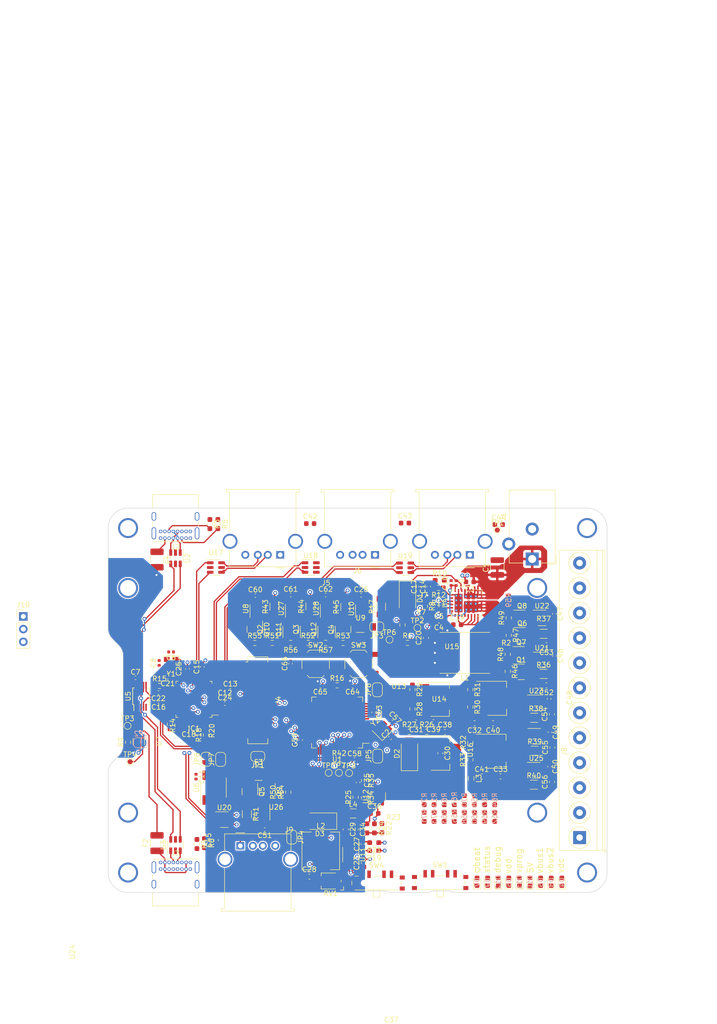
<source format=kicad_pcb>
(kicad_pcb (version 20211014) (generator pcbnew)
  (layers (0 "F.Cu" signal) (1 "In1.Cu" power) (2 "In2.Cu" mixed) (31 "B.Cu" signal) (34 "B.Paste" user) (35 "F.Paste" user) (36 "B.SilkS" user "B.Silkscreen") (37 "F.SilkS" user "F.Silkscreen") (38 "B.Mask" user) (39 "F.Mask" user) (44 "Edge.Cuts" user))
  (net 0 "")
  (net 1 "GND")
  (net 2 "+1V8")
  (net 3 "Net-(IC1-Pad2)")
  (net 4 "Net-(IC1-Pad3)")
  (net 5 "/USB4_DM")
  (net 6 "/USB4_DP")
  (net 7 "/USB3_DM")
  (net 8 "/USB3_DP")
  (net 9 "/USB2_DM")
  (net 10 "/USB2_DP")
  (net 11 "/USB1_DM")
  (net 12 "/USB1_DP")
  (net 13 "Net-(IC1-Pad27)")
  (net 14 "/USBIN_M")
  (net 15 "/USBIN_P")
  (net 16 "/FT2232_DM")
  (net 17 "/FT2232_DP")
  (net 18 "Net-(C4-Pad1)")
  (net 19 "/USBEXT_DM")
  (net 20 "/USBEXT_DP")
  (net 21 "/FE21_RST")
  (net 22 "VBUS")
  (net 23 "Net-(IC1-Pad44)")
  (net 24 "/5V_OUT")
  (net 25 "/3V3_OUT")
  (net 26 "/1V8_OUT")
  (net 28 "Net-(C27-Pad1)")
  (net 31 "/VPROG_OUT")
  (net 33 "/EXT_PS_VLT")
  (net 34 "+VDC")
  (net 35 "+VSW")
  (net 36 "/VPROG_PWM")
  (net 37 "/VPROG_VLT")
  (net 38 "/EXT_PS_OUT")
  (net 39 "/EXT_PS_OUT_CURR")
  (net 40 "/5V_OUT_CURR")
  (net 41 "/3V3_OUT_CURR")
  (net 42 "/1V8_OUT_CURR")
  (net 43 "/VPROG_OUT_CURR")
  (net 44 "/5V_CURR")
  (net 45 "VDDA")
  (net 46 "Net-(C6-Pad1)")
  (net 47 "/USB1_CURR")
  (net 48 "Net-(C8-Pad1)")
  (net 49 "/MCU_DM")
  (net 50 "/MCU_DP")
  (net 51 "Net-(C9-Pad1)")
  (net 55 "/USBIN1_CC1")
  (net 56 "Net-(C10-Pad2)")
  (net 57 "/USBIN1_CC2")
  (net 58 "Net-(C13-Pad1)")
  (net 59 "Net-(J6-Pad2)")
  (net 60 "Net-(J6-Pad3)")
  (net 61 "Net-(J7-Pad2)")
  (net 62 "+3V3")
  (net 63 "Net-(J7-Pad3)")
  (net 64 "Net-(C14-Pad2)")
  (net 65 "Net-(C21-Pad1)")
  (net 66 "Net-(C29-Pad1)")
  (net 67 "Net-(C30-Pad1)")
  (net 68 "Net-(C37-Pad1)")
  (net 69 "/USBIN2_CC1")
  (net 70 "Net-(C45-Pad1)")
  (net 71 "Net-(J2-PadA6)")
  (net 72 "Net-(J2-PadA7)")
  (net 74 "/USBIN2_CC2")
  (net 76 "Net-(J1-Pad3)")
  (net 77 "Net-(C2-Pad1)")
  (net 78 "Net-(C28-Pad2)")
  (net 79 "/USBIN_SEL")
  (net 80 "+5V")
  (net 81 "/EXT_PS_CONV_PG")
  (net 82 "/EXT_PS_CONV_EN")
  (net 83 "VDD")
  (net 84 "GNDA")
  (net 85 "/VPROG_EN")
  (net 86 "Net-(C28-Pad1)")
  (net 87 "Net-(F1-Pad1)")
  (net 88 "/ADC_CS")
  (net 89 "/ADC_MOSI")
  (net 90 "/ADC_SCK")
  (net 91 "/ADC_MISO")
  (net 92 "Net-(R22-Pad1)")
  (net 93 "Net-(J3-PadA6)")
  (net 94 "Net-(J3-PadA7)")
  (net 97 "Net-(J5-Pad2)")
  (net 98 "Net-(J5-Pad3)")
  (net 99 "Net-(C27-Pad2)")
  (net 100 "Net-(J9-Pad2)")
  (net 101 "Net-(C33-Pad1)")
  (net 102 "Net-(J9-Pad3)")
  (net 103 "Net-(JP4-Pad2)")
  (net 104 "Net-(R13-Pad1)")
  (net 105 "Net-(F2-Pad1)")
  (net 106 "/PS_SCL")
  (net 107 "/PS_SDA")
  (net 108 "Net-(R16-Pad2)")
  (net 109 "Net-(R22-Pad2)")
  (net 110 "/USB_IN_ENA")
  (net 111 "Net-(R26-Pad1)")
  (net 112 "Net-(R28-Pad1)")
  (net 113 "Net-(R30-Pad1)")
  (net 114 "Net-(R32-Pad1)")
  (net 115 "/USB_STATUS_PIN")
  (net 116 "Net-(TP6-Pad1)")
  (net 117 "Net-(U2-Pad4)")
  (net 118 "Net-(U2-Pad6)")
  (net 119 "Net-(U3-Pad4)")
  (net 120 "Net-(U3-Pad6)")
  (net 121 "Net-(C42-Pad1)")
  (net 123 "/VDC_SW")
  (net 124 "/5V_FROM_VDC")
  (net 125 "Net-(C57-Pad1)")
  (net 126 "Net-(C43-Pad1)")
  (net 127 "Net-(C44-Pad1)")
  (net 128 "Net-(C66-Pad1)")
  (net 133 "Net-(Q2-Pad3)")
  (net 134 "Net-(Q3-Pad3)")
  (net 135 "Net-(Q4-Pad3)")
  (net 136 "/USB2_CURR")
  (net 137 "/USB3_CURR")
  (net 138 "/USB4_CURR")
  (net 139 "/STM32_DM")
  (net 140 "/STM32_DP")
  (net 141 "/SWDIO")
  (net 142 "/SWCLK")
  (net 143 "/STM_LED1")
  (net 144 "/STM_LED2")
  (net 145 "/STM_LED3")
  (net 146 "Net-(Q1-Pad1)")
  (net 147 "Net-(F3-Pad1)")
  (net 148 "/STM_UART_TX")
  (net 149 "/STM_UART_RX")
  (net 150 "Net-(JP5-Pad1)")
  (net 151 "Net-(Q5-Pad1)")
  (net 152 "Net-(Q5-Pad3)")
  (net 153 "Net-(Q6-Pad1)")
  (net 154 "Net-(U1-Pad4)")
  (net 155 "Net-(Q7-Pad1)")
  (net 156 "Net-(Q8-Pad1)")
  (net 157 "Net-(Q9-Pad1)")
  (net 158 "Net-(Q10-Pad1)")
  (net 159 "Net-(Q11-Pad1)")
  (net 160 "Net-(Q12-Pad1)")
  (net 161 "Net-(R18-Pad1)")
  (net 162 "/LOADSW_5V")
  (net 163 "/LOADSW_VDC")
  (net 164 "/LOADSW_USB1")
  (net 165 "/LOADSW_USB2")
  (net 166 "/LOADSW_USB3")
  (net 167 "/LOADSW_USB4")
  (net 168 "/FE21_EEPROM_SDA")
  (net 169 "/VBUSIN_1")
  (net 170 "/VBUSIN_2")
  (net 171 "/VBUSIN_COM")
  (net 172 "/FE21_EEPROM_SCL")
  (net 173 "/RFU_HSIO1")
  (net 174 "/RFU_HSIO2")
  (net 175 "/CON_GPIO1")
  (net 176 "/CON_GPIO2")
  (net 177 "/CON_GPIO3")
  (net 178 "/CON_GPIO4")
  (net 179 "Net-(Q1-Pad3)")
  (net 180 "Net-(Q10-Pad3)")
  (net 181 "Net-(Q11-Pad3)")
  (net 182 "Net-(Q12-Pad3)")
  (net 183 "Net-(Q6-Pad3)")
  (net 184 "Net-(R42-Pad2)")
  (net 185 "Net-(U1-Pad54)")
  (net 186 "Net-(U1-Pad61)")
  (net 187 "Net-(R71-Pad2)")
  (net 189 "Net-(R58-Pad1)")
  (net 190 "Net-(D6-Pad2)")
  (net 191 "Net-(R61-Pad1)")
  (net 192 "Net-(D8-Pad2)")
  (net 193 "Net-(R65-Pad1)")
  (net 194 "Net-(D10-Pad2)")
  (net 195 "Net-(D11-Pad2)")
  (net 196 "Net-(R68-Pad1)")
  (net 197 "Net-(R59-Pad1)")
  (footprint "Capacitor_SMD:C_0402_1005Metric" (layer "F.Cu") (at 116.4 75.15)
    (fp_text reference "C24")
    (fp_text value "100n")
  )
  (footprint "Resistor_SMD:R_0603_1608Metric_Pad0.98x0.95mm_HandSolder" (layer "F.Cu") (at 146.3375 104.6125 180)
    (fp_text reference "R19")
    (fp_text value "100k")
  )
  (footprint "Resistor_SMD:R_0603_1608Metric_Pad0.98x0.95mm_HandSolder" (layer "F.Cu") (at 160.392856 94.5 90)
    (fp_text reference "R61")
    (fp_text value "2k")
  )
  (footprint "Capacitor_SMD:C_0402_1005Metric" (layer "F.Cu") (at 146.2 76.9 -90)
    (fp_text reference "C63")
    (fp_text value "100n")
  )
  (footprint "Capacitor_SMD:C_0603_1608Metric" (layer "F.Cu") (at 133.5 39.1)
    (fp_text reference "C42")
    (fp_text value "10u")
  )
  (footprint "Package_TO_SOT_SMD:SOT-23-6" (layer "F.Cu") (at 106.5 103.5 90)
    (fp_text reference "U3")
    (fp_text value "USBLC6-2SC6")
  )
  (footprint "Capacitor_SMD:C_0603_1608Metric" (layer "F.Cu") (at 181.9875 90.85 90)
    (fp_text reference "C56")
    (fp_text value "10u")
  )
  (footprint "Connector_PinHeader_2.54mm:PinHeader_1x03_P2.54mm_Vertical" (layer "F.Cu") (at 76 57.7)
    (fp_text reference "J10")
    (fp_text value "Conn_01x03")
  )
  (footprint "Package_TO_SOT_SMD:SOT-23-6" (layer "F.Cu") (at 178.9125 81.7)
    (fp_text reference "U24")
    (fp_text value "INA181")
  )
  (footprint "Package_TO_SOT_SMD:SOT-23" (layer "F.Cu") (at 175.8 68.8)
    (fp_text reference "Q1")
    (fp_text value "AO3401A")
  )
  (footprint "TestPoint:TestPoint_Pad_D1.0mm" (layer "F.Cu") (at 97.4 86.8)
    (fp_text reference "TP4")
    (fp_text value "ID1_STATE")
  )
  (footprint "Capacitor_SMD:C_0402_1005Metric" (layer "F.Cu") (at 143.1 90.95 90)
    (fp_text reference "C37")
    (fp_text value "100n")
  )
  (footprint "Resistor_SMD:R_0603_1608Metric_Pad0.98x0.95mm_HandSolder" (layer "F.Cu") (at 125.9 63)
    (fp_text reference "R51")
    (fp_text value "10k")
  )
  (footprint "Resistor_SMD:R_0603_1608Metric_Pad0.98x0.95mm_HandSolder" (layer "F.Cu") (at 138.9 71.5)
    (fp_text reference "R16")
    (fp_text value "100k")
  )
  (footprint "Crystal:Crystal_SMD_2520-4Pin_2.5x2.0mm" (layer "F.Cu") (at 105.625 67.0125 180)
    (fp_text reference "Y1")
    (fp_text value "6MHZ 2520")
  )
  (footprint "Capacitor_SMD:C_0402_1005Metric" (layer "F.Cu") (at 103.11 74.7125 180)
    (fp_text reference "C16")
    (fp_text value "100n")
  )
  (footprint "Capacitor_SMD:C_0402_1005Metric" (layer "F.Cu") (at 105.625 64.8125 180)
    (fp_text reference "C6")
    (fp_text value "20p")
  )
  (footprint "Capacitor_SMD:C_0402_1005Metric" (layer "F.Cu") (at 122.5 53.5)
    (fp_text reference "C60")
    (fp_text value "100n")
  )
  (footprint "Capacitor_SMD:C_0603_1608Metric" (layer "F.Cu") (at 182.05 83.95 90)
    (fp_text reference "C55")
    (fp_text value "10u")
  )
  (footprint "Resistor_SMD:R_0603_1608Metric_Pad0.98x0.95mm_HandSolder" (layer "F.Cu") (at 127.5 92.9 90)
    (fp_text reference "R50")
    (fp_text value "10k")
  )
  (footprint "Package_TO_SOT_SMD:SOT-23" (layer "F.Cu") (at 175.9625 58)
    (fp_text reference "Q8")
    (fp_text value "BC847")
  )
  (footprint "Resistor_SMD:R_0603_1608Metric_Pad0.98x0.95mm_HandSolder" (layer "F.Cu") (at 144.875 100.15 90)
    (fp_text reference "R23")
    (fp_text value "3k")
  )
  (footprint "Inductor_SMD:L_0805_2012Metric" (layer "F.Cu") (at 165.75 90.15 -90)
    (fp_text reference "L3")
    (fp_text value "L_Ferrite")
  )
  (footprint "Capacitor_SMD:C_0603_1608Metric" (layer "F.Cu") (at 158.2 78.9 180)
    (fp_text reference "C39")
    (fp_text value "10u")
  )
  (footprint "Resistor_SMD:R_1210_3225Metric_Pad1.30x2.65mm_HandSolder" (layer "F.Cu") (at 102.8 46.3 -90)
    (fp_text reference "F1")
    (fp_text value "1A")
  )
  (footprint "TestPoint:TestPoint_Pad_D1.0mm" (layer "F.Cu") (at 171 40.4)
    (fp_text reference "TP1")
    (fp_text value "TestPoint")
  )
  (footprint "Capacitor_SMD:C_0603_1608Metric" (layer "F.Cu") (at 104.95 69.7125 180)
    (fp_text reference "C21")
    (fp_text value "10u")
  )
  (footprint "Resistor_SMD:R_0603_1608Metric_Pad0.98x0.95mm_HandSolder" (layer "F.Cu") (at 173.1 65.3 90)
    (fp_text reference "R48")
    (fp_text value "3k")
  )
  (footprint "Resistor_SMD:R_0603_1608Metric_Pad0.98x0.95mm_HandSolder" (layer "F.Cu") (at 162.414284 94.5 90)
    (fp_text reference "R66")
    (fp_text value "2k")
  )
  (footprint "Diode_SMD:D_SMA" (layer "F.Cu") (at 153 54 -90)
    (fp_text reference "D1")
    (fp_text value "D_Schottky")
  )
  (footprint "Resistor_SMD:R_0603_1608Metric_Pad0.98x0.95mm_HandSolder" (layer "F.Cu") (at 115 39.2 -90)
    (fp_text reference "R5")
    (fp_text value "5.1k")
  )
  (footprint "Package_TO_SOT_SMD:SOT-23" (layer "F.Cu") (at 133.1 60.3 90)
    (fp_text reference "Q3")
    (fp_text value "AO3401A")
  )
  (footprint "Capacitor_SMD:C_1210_3225Metric" (layer "F.Cu") (at 171 47.9 90)
    (fp_text reference "C1")
    (fp_text value "C")
  )
  (footprint "Resistor_SMD:R_0603_1608Metric_Pad0.98x0.95mm_HandSolder" (layer "F.Cu") (at 159.4625 50.475)
    (fp_text reference "R10")
    (fp_text value "100k")
  )
  (footprint "Connector_USB:USB_A_Molex_67643_Horizontal" (layer "F.Cu") (at 127.5 45.36 180)
    (fp_text reference "J5")
    (fp_text value "USB2")
  )
  (footprint "Capacitor_SMD:C_0603_1608Metric" (layer "F.Cu") (at 166.45 79.1 180)
    (fp_text reference "C32")
    (fp_text value "10u")
  )
  (footprint "Capacitor_SMD:C_0603_1608Metric" (layer "F.Cu") (at 156.7 62 90)
    (fp_text reference "C20")
    (fp_text value "22u")
  )
  (footprint "Resistor_SMD:R_0603_1608Metric_Pad0.98x0.95mm_HandSolder" (layer "F.Cu") (at 155.75 58.275)
    (fp_text reference "R7")
    (fp_text value "100k")
  )
  (footprint "Capacitor_SMD:C_0402_1005Metric" (layer "F.Cu") (at 111.9 67.8 90)
    (fp_text reference "C15")
    (fp_text value "100n")
  )
  (footprint "Capacitor_SMD:C_0603_1608Metric" (layer "F.Cu") (at 154.75 78.95 180)
    (fp_text reference "C31")
    (fp_text value "10u")
  )
  (footprint "Resistor_SMD:R_0603_1608Metric_Pad0.98x0.95mm_HandSolder" (layer "F.Cu") (at 136.6 63 180)
    (fp_text reference "R57")
    (fp_text value "3k")
  )
  (footprint "Package_TO_SOT_SMD:SOT-23" (layer "F.Cu") (at 175.8 65.3)
    (fp_text reference "Q7")
    (fp_text value "BC847")
  )
  (footprint "Resistor_SMD:R_0603_1608Metric_Pad0.98x0.95mm_HandSolder" (layer "F.Cu") (at 153.3625 80.8)
    (fp_text reference "R27")
    (fp_text value "100k")
  )
  (footprint "Resistor_SMD:R_1210_3225Metric_Pad1.30x2.65mm_HandSolder" (layer "F.Cu") (at 123.16 89.18)
    (fp_text reference "F3")
    (fp_text value "1A")
  )
  (footprint "Crystal:Crystal_SMD_2520-4Pin_2.5x2.0mm" (layer "F.Cu") (at 148.113693 80.426256 45)
    (fp_text reference "Y2")
    (fp_text value "6MHZ 2520")
  )
  (footprint "Package_TO_SOT_SMD:SOT-223-3_TabPin2" (layer "F.Cu") (at 170.85 84.7)
    (fp_text reference "U16")
    (fp_text value "AZ1117-ADJ")
  )
  (footprint "Connector_USB:USB_A_Molex_67643_Horizontal" (layer "F.Cu") (at 146.5 45.36 180)
    (fp_text reference "J6")
    (fp_text value "USB3")
  )
  (footprint "Capacitor_SMD:C_0603_1608Metric" (layer "F.Cu") (at 146.375 97.1625)
    (fp_text reference "C36")
    (fp_text value "47u")
  )
  (footprint "Resistor_SMD:R_1206_3216Metric_Pad1.30x1.75mm_HandSolder" (layer "F.Cu") (at 140.55 55.8 90)
    (fp_text reference "R45")
    (fp_text value "100mR")
  )
  (footprint "Package_TO_SOT_SMD:SOT-223-3_TabPin2" (layer "F.Cu") (at 170.95 74.1)
    (fp_text reference "U15")
    (fp_text value "AZ1117-ADJ")
  )
  (footprint "Package_TO_SOT_SMD:SOT-23" (layer "F.Cu") (at 176 61.5)
    (fp_text reference "Q6")
    (fp_text value "AO3401A")
  )
  (footprint "Resistor_SMD:R_0603_1608Metric_Pad0.98x0.95mm_HandSolder" (layer "F.Cu") (at 173.25 54.5 90)
    (fp_text reference "R59")
    (fp_text value "3k")
  )
  (footprint "Capacitor_SMD:C_0603_1608Metric" (layer "F.Cu") (at 180.85 71.52 180)
    (fp_text reference "C52")
    (fp_text value "10u")
  )
  (footprint "Button_Switch_SMD:SW_SPST_TL3342" (layer "F.Cu") (at 143.2 67.2)
    (fp_text reference "SW3")
    (fp_text value "BUT_SMD")
  )
  (footprint "Capacitor_SMD:C_0603_1608Metric" (layer "F.Cu") (at 171.3 39.3)
    (fp_text reference "C44")
    (fp_text value "10u")
  )
  (footprint "Package_TO_SOT_SMD:SOT-23" (layer "F.Cu") (at 124.91 92.8025 -90)
    (fp_text reference "Q9")
    (fp_text value "BC847")
  )
  (footprint "Capacitor_SMD:C_0603_1608Metric" (layer "F.Cu") (at 171.65 89.75)
    (fp_text reference "C33")
    (fp_text value "10u")
  )
  (footprint "TestPoint:TestPoint_Pad_D1.0mm" (layer "F.Cu") (at 141.3 89.07)
    (fp_text reference "TP8")
    (fp_text value "RFUPAD")
  )
  (footprint "Resistor_SMD:R_0603_1608Metric_Pad0.98x0.95mm_HandSolder" (layer "F.Cu") (at 154 72.35 -90)
    (fp_text reference "R29")
    (fp_text value "100k")
  )
  (footprint "Capacitor_SMD:C_0402_1005Metric" (layer "F.Cu") (at 98.48 70)
    (fp_text reference "C7")
    (fp_text value "100n")
  )
  (footprint "Capacitor_SMD:C_0402_1005Metric" (layer "F.Cu") (at 182.45 57.18 -90)
    (fp_text reference "C47")
    (fp_text value "100n")
  )
  (footprint "Resistor_SMD:R_1206_3216Metric_Pad1.30x1.75mm_HandSolder" (layer "F.Cu") (at 180.3 69.22)
    (fp_text reference "R36")
    (fp_text value "50mR")
  )
  (footprint "Package_TO_SOT_SMD:SOT-23-6" (layer "F.Cu") (at 152.5375 47.95)
    (fp_text reference "U19")
    (fp_text value "USBLC6-2SC6")
  )
  (footprint "TestPoint:TestPoint_Pad_D1.0mm" (layer "F.Cu") (at 139.26 89.02)
    (fp_text reference "TP7")
    (fp_text value "STM_BOOT0")
  )
  (footprint "Package_TO_SOT_SMD:SOT-23-6" (layer "F.Cu") (at 178.8125 75)
    (fp_text reference "U23")
    (fp_text value "INA181")
  )
  (footprint "Package_SO:MSOP-8_3x3mm_P0.65mm" (layer "F.Cu") (at 141.625 105.4125 -90)
    (fp_text reference "U11")
    (fp_text value "ADP1612")
  )
  (footprint "Resistor_SMD:R_0603_1608Metric_Pad0.98x0.95mm_HandSolder" (layer "F.Cu") (at 164.437245 97.85 90)
    (fp_text reference "R68")
    (fp_text value "2k")
  )
  (footprint "Resistor_SMD:R_0603_1608Metric_Pad0.98x0.95mm_HandSolder" (layer "F.Cu") (at 142.6 93.925 90)
    (fp_text reference "R25")
    (fp_text value "3k")
  )
  (footprint "Resistor_SMD:R_0603_1608Metric_Pad0.98x0.95mm_HandSolder" (layer "F.Cu") (at 165.6 82.95 90)
    (fp_text reference "R32")
    (fp_text value "100k")
  )
  (footprint "Resistor_SMD:R_1206_3216Metric_Pad1.30x1.75mm_HandSolder" (layer "F.Cu") (at 147.7 55.75 90)
    (fp_text reference "R17")
    (fp_text value "0.5R")
  )
  (footprint "Resistor_SMD:R_0603_1608Metric_Pad0.98x0.95mm_HandSolder" (layer "F.Cu") (at 166.45714 94.5 90)
    (fp_text reference "R58")
    (fp_text value "2k")
  )
  (footprint "Resistor_SMD:R_0603_1608Metric_Pad0.98x0.95mm_HandSolder" (layer "F.Cu") (at 173.1 68.7125 -90)
    (fp_text reference "R46")
    (fp_text value "10k")
  )
  (footprint "Package_QFP:LQFP-48_7x7mm_P0.5mm" (layer "F.Cu") (at 110.2 74.3 180)
    (fp_text reference "IC1")
    (fp_text value "FE2.1")
  )
  (footprint "Capacitor_SMD:C_0402_1005Metric" (layer "F.Cu") (at 109.1575 80.15 180)
    (fp_text reference "C18")
    (fp_text value "100n")
  )
  (footprint "Resistor_SMD:R_0603_1608Metric_Pad0.98x0.95mm_HandSolder" (layer "F.Cu") (at 103.3 71.6125)
    (fp_text reference "R15")
    (fp_text value "100k")
  )
  (footprint "Button_Switch_SMD:SW_SP3T_PCM13" (layer "F.Cu") (at 146.8 110.775)
    (fp_text reference "SW4")
    (fp_text value "PCM13")
  )
  (footprint "Jumper:SolderJumper-2_P1.3mm_Open_RoundedPad1.0x1.5mm" (layer "F.Cu") (at 112.64 86.31 90)
    (fp_text reference "JP8")
    (fp_text value "X")
  )
  (footprint "Resistor_SMD:R_0603_1608Metric_Pad0.98x0.95mm_HandSolder" (layer "F.Cu") (at 154 76.25 -90)
    (fp_text reference "R28")
    (fp_text value "100k")
  )
  (footprint "Resistor_SMD:R_0603_1608Metric_Pad0.98x0.95mm_HandSolder" (layer "F.Cu") (at 146.3375 103.0125 180)
    (fp_text reference "R21")
    (fp_text value "100k")
  )
  (footprint "Package_TO_SOT_SMD:SOT-23" (layer "F.Cu") (at 136.6 60.3 90)
    (fp_text reference "Q12")
    (fp_text value "BC847")
  )
  (footprint "Potentiometer_SMD:Potentiometer_Bourns_TC33X_Vertical" (layer "F.Cu") (at 137.6 110.7 180)
    (fp_text reference "RV1")
    (fp_text value "10k/DNP")
  )
  (footprint "Capacitor_SMD:C_0402_1005Metric" (layer "F.Cu") (at 144.025 103.3125 90)
    (fp_text reference "C27")
    (fp_text value "100n")
  )
  (footprint "Connector_Hirose:Hirose_DF12_DF12E3.0-60DP-0.5V_2x30_P0.50mm_Vertical" (layer "F.Cu") (at 123 74.5 -90)
    (fp_text reference "J4")
    (fp_text value "Conn_02x30_Top_Bottom")
  )
  (footprint "Connector_USB:USB_C_Receptacle_GCT_USB4085" (layer "F.Cu") (at 109.475 42.025 180)
    (fp_text reference "J2")
    (fp_text value "USB_C_Receptacle_USB2.0")
  )
  (footprint "Resistor_SMD:R_0603_1608Metric_Pad0.98x0.95mm_HandSolder" (layer "F.Cu") (at 164.435712 94.5 90)
    (fp_text reference "R70")
    (fp_text value "2k")
  )
  (footprint "Resistor_SMD:R_0603_1608Metric_Pad0.98x0.95mm_HandSolder" (layer "F.Cu") (at 147.875 100.1125 -90)
    (fp_text reference "R22")
    (fp_text value "2k")
  )
  (footprint "LED_SMD:LED_0603_1608Metric" (layer "F.Cu") (at 166.95 110.85 90)
    (fp_text reference "D7")
    (fp_text value "LED")
  )
  (footprint "Capacitor_SMD:C_0402_1005Metric" (layer "F.Cu") (at 146.05 90.5375 90)
    (fp_text reference "C35")
    (fp_text value "100n")
  )
  (footprint "Resistor_SMD:R_1210_3225Metric_Pad1.30x2.65mm_HandSolder" (layer "F.Cu") (at 102.8 103.1 90)
    (fp_text reference "F2")
    (fp_text value "1A")
  )
  (footprint "Resistor_SMD:R_1206_3216Metric_Pad1.30x1.75mm_HandSolder" (layer "F.Cu") (at 120.81 97.3025 -90)
    (fp_text reference "R41")
    (fp_text value "100mR")
  )
  (footprint "Package_TO_SOT_SMD:SOT-23" (layer "F.Cu") (at 121.41 92.8025 -90)
    (fp_text reference "Q5")
    (fp_text value "AO3401A")
  )
  (footprint "Package_TO_SOT_SMD:SOT-23-5" (layer "F.Cu") (at 147.05 93.7875 90)
    (fp_text reference "U12")
    (fp_text value "MCP6001U")
  )
  (footprint "Capacitor_SMD:C_0402_1005Metric" (layer "F.Cu") (at 181.4875 87.78 -90)
    (fp_text reference "C50")
    (fp_text value "100n")
  )
  (footprint "Package_TO_SOT_SMD:SOT-23-6" (layer "F.Cu") (at 106.5 46.0375 -90)
    (fp_text reference "U2")
    (fp_text value "USBLC6-2SC6")
  )
  (footprint "Capacitor_SMD:C_0603_1608Metric" (layer "F.Cu") (at 160.5 80.85)
    (fp_text reference "C38")
    (fp_text value "10u")
  )
  (footprint "Connector_USB:USB_A_Molex_67643_Horizontal" (layer "F.Cu") (at 165.5 45.36 180)
    (fp_text reference "J7")
    (fp_text value "USB4")
  )
  (footprint "Inductor_SMD:L_Wuerth_WE-DD-Typ-M-Typ-S" (layer "F.Cu") (at 135.625 104.6625)
    (fp_text reference "L2")
    (fp_text value "L_Iron_Coupled")
  )
  (footprint "Resistor_SMD:R_1206_3216Metric_Pad1.30x1.75mm_HandSolder" (layer "F.Cu") (at 178.5 84.6)
    (fp_text reference "R39")
    (fp_text value "200mR")
  )
  (footprint "Resistor_SMD:R_0603_1608Metric_Pad0.98x0.95mm_HandSolder" (layer "F.Cu") (at 162.416328 97.85 90)
    (fp_text reference "R65")
    (fp_text value "2k")
  )
  (footprint "Critbit_lib:SOT-5x3-8" (layer "F.Cu") (at 99.15 82.75 -90)
    (fp_text reference "U7")
    (fp_text value "LB66200")
  )
  (footprint "Package_TO_SOT_SMD:SOT-23-6" (layer "F.Cu") (at 144.15 56.1375 90)
    (fp_text reference "U10")
    (fp_text value "INA181")
  )
  (footprint "Package_TO_SOT_SMD:SOT-23-6" (layer "F.Cu") (at 179.9625 58)
    (fp_text reference "U22")
    (fp_text value "INA181")
  )
  (footprint "Resistor_SMD:R_0603_1608Metric_Pad0.98x0.95mm_HandSolder" (layer "F.Cu") (at 165.6 86.41 90)
    (fp_text reference "R33")
    (fp_text value "100k")
  )
  (footprint "Resistor_SMD:R_1206_3216Metric_Pad1.30x1.75mm_HandSolder" (layer "F.Cu") (at 178.3375 91.4)
    (fp_text reference "R40")
    (fp_text value "50mR")
  )
  (footprint "Capacitor_SMD:C_0402_1005Metric" (layer "F.Cu") (at 129.6 53.4)
    (fp_text reference "C61")
    (fp_text value "100n")
  )
  (footprint "Resistor_SMD:R_0603_1608Metric_Pad0.98x0.95mm_HandSolder" (layer "F.Cu") (at 156.5 55.6625 -90)
    (fp_text reference "R8")
    (fp_text value "100k")
  )
  (footprint "LED_SMD:LED_0603_1608Metric" (layer "F.Cu") (at 179.7 110.85 90)
    (fp_text reference "D6")
    (fp_text value "LED")
  )
  (footprint "Resistor_SMD:R_0603_1608Metric_Pad0.98x0.95mm_HandSolder" (layer "F.Cu") (at 129.11 92.9125 90)
    (fp_text reference "R54")
    (fp_text value "3k")
  )
  (footprint "Button_Switch_SMD:SW_SPST_TL3342" (layer "F.Cu") (at 134.6 67.2)
    (fp_text reference "SW2")
    (fp_text value "BUT_SMD")
  )
  (footprint "Capacitor_SMD:C_0603_1608Metric" (layer "F.Cu") (at 144.25 107.1 90)
    (fp_text reference "C23")
    (fp_text value "10u")
  )
  (footprint "LED_SMD:LED_0603_1608Metric" (layer "F.Cu") (at 183.95 110.85 90)
    (fp_text reference "D4")
    (fp_text value "LED")
  )
  (footprint "Capacitor_SMD:C_0402_1005Metric" (layer "F.Cu") (at 129.57 67.16 90)
    (fp_text reference "C66")
    (fp_text value "100n")
  )
  (footprint "Package_TO_SOT_SMD:SOT-23-6" (layer "F.Cu") (at 114.6 47.9)
    (fp_text reference "U17")
    (fp_text value "USBLC6-2SC6")
  )
  (footprint "Resistor_SMD:R_1206_3216Metric_Pad1.30x1.75mm_HandSolder" (layer "F.Cu") (at 178.4 78)
    (fp_text reference "R38")
    (fp_text value "50mR")
  )
  (footprint "Resistor_SMD:R_0603_1608Metric_Pad0.98x0.95mm_HandSolder" (layer "F.Cu") (at 112.3 103.1125 -90)
    (fp_text reference "R6")
    (fp_text value "5.1k")
  )
  (footprint "Resistor_SMD:R_0603_1608Metric_Pad0.98x0.95mm_HandSolder" (layer "F.Cu") (at 113.4 39.2 -90)
    (fp_text reference "R3")
    (fp_text value "5.1k")
  )
  (footprint "Capacitor_SMD:C_0603_1608Metric" (layer "F.Cu") (at 117.4875 72.65)
    (fp_text reference "C13")
    (fp_text value "10u")
  )
  (footprint "Resistor_SMD:R_1206_3216Metric_Pad1.30x1.75mm_HandSolder" (layer "F.Cu") (at 126.35 55.75 90)
    (fp_text reference "R43")
    (fp_text value "100mR")
  )
  (footprint "Capacitor_SMD:C_0402_1005Metric" (layer "F.Cu") (at 108.9 68.2 90)
    (fp_text reference "C25")
    (fp_text value "100n")
  )
  (footprint "Capacitor_SMD:C_0402_1005Metric" (layer "F.Cu") (at 142 71.65 180)
    (fp_text reference "C64")
    (fp_text value "100n")
  )
  (footprint "LED_SMD:LED_0603_1608Metric" (layer "F.Cu") (at 171.2 110.85 90)
    (fp_text reference "D12")
    (fp_text value "LED")
  )
  (footprint "Capacitor_SMD:C_0402_1005Metric" (layer "F.Cu") (at 149.7 78.75 -45)
    (fp_text reference "C57")
    (fp_text value "20p")
  )
  (footprint "LED_SMD:LED_0603_1608Metric" (layer "F.Cu") (at 175.45 110.85 90)
    (fp_text reference "D11")
    (fp_text value "LED")
  )
  (footprint "Capacitor_SMD:C_0402_1005Metric" (layer "F.Cu") (at 161.75 51 90)
    (fp_text reference "C10")
    (fp_text value "100n")
  )
  (footprint "Capacitor_SMD:C_0603_1608Metric" (layer "F.Cu") (at 170.15 79.1 180)
    (fp_text reference "C40")
    (fp_text value "10u")
  )
  (footprint "Resistor_SMD:R_0603_1608Metric_Pad0.98x0.95mm_HandSolder" (layer "F.Cu") (at 165.6 72.35 -90)
    (fp_text reference "R31")
    (fp_text value "100k")
  )
  (footprint "Resistor_SMD:R_0603_1608Metric_Pad0.98x0.95mm_HandSolder" (layer "F.Cu") (at 122.4 63)
    (fp_text reference "R55")
    (fp_text value "3k")
  )
  (footprint "Package_TO_SOT_SMD:SOT-23" (layer "F.Cu") (at 122.4 60.3 -90)
    (fp_text reference "Q10")
    (fp_text value "BC847")
  )
  (footprint "Resistor_SMD:R_0603_1608Metric_Pad0.98x0.95mm_HandSolder" (layer "F.Cu") (at 165.6 75.85 -90)
    (fp_text reference "R30")
    (fp_text value "100k")
  )
  (footprint "Resistor_SMD:R_0603_1608Metric_Pad0.98x0.95mm_HandSolder" (layer "F.Cu") (at 158.374494 97.85 90)
    (fp_text reference "R73")
    (fp_text value "100k")
  )
  (footprint "Resistor_SMD:R_0603_1608Metric_Pad0.98x0.95mm_HandSolder" (layer "F.Cu") (at 170.5 97.85 90)
    (fp_text reference "R62")
    (fp_text value "2k")
  )
  (footprint "Capacitor_SMD:C_0603_1608Metric" (layer "F.Cu") (at 155.75 51.73 90)
    (fp_text reference "C17")
    (fp_text value "10u")
  )
  (footprint "LED_SMD:LED_0603_1608Metric" (layer "F.Cu") (at 177.575 110.85 90)
    (fp_text reference "D10")
    (fp_text value "LED")
  )
  (footprint "Resistor_SMD:R_0603_1608Metric_Pad0.98x0.95mm_HandSolder" (layer "F.Cu") (at 140.08 63)
    (fp_text reference "R53")
    (fp_text value "10k")
  )
  (footprint "Resistor_SMD:R_0603_1608Metric_Pad0.98x0.95mm_HandSolder" (layer "F.Cu") (at 156.35 94.5 90)
    (fp_text reference "R72")
    (fp_text value "100k")
  )
  (footprint "Capacitor_SMD:C_0603_1608Metric" (layer "F.Cu") (at 159.6 85.1 -90)
    (fp_text reference "C30")
    (fp_text value "10u")
  )
  (footprint "Package_TO_SOT_SMD:SOT-23-6" (layer "F.Cu") (at 123 56.15 90)
    (fp_text reference "U8")
    (fp_text value "INA181")
  )
  (footprint "LED_SMD:LED_0603_1608Metric" (layer "F.Cu") (at 169.075 110.85 90)
    (fp_text reference "D9")
    (fp_text value "LED")
  )
  (footprint "Resistor_SMD:R_0603_1608Metric_Pad0.98x0.95mm_HandSolder" (layer "F.Cu") (at 159.25 53.575 180)
    (fp_text reference "R11")
    (fp_text value "100k")
  )
  (footprint "Capacitor_SMD:C_0402_1005Metric" (layer "F.Cu") (at 142.4 86.35)
    (fp_text reference "C58")
    (fp_text value "100n")
  )
  (footprint "Package_TO_SOT_SMD:SOT-223-3_TabPin2" (layer "F.Cu") (at 159.6 85.1)
    (fp_text reference "U13")
    (fp_text value "AZ1117-ADJ")
  )
  (footprint "Inductor_SMD:L_1206_3216Metric_Pad1.42x1.75mm_HandSolder" (layer "F.Cu") (at 142.1125 97.1625)
    (fp_text reference "L4")
    (fp_text value "L_Iron")
  )
  (footprint "TestPoint:TestPoint_Pad_D1.0mm" (layer "F.Cu") (at 149.4 62.35)
    (fp_text reference "TP6")
    (fp_text value "ID2_STATE")
  )
  (footprint "Package_TO_SOT_SMD:SOT-23-6" (layer "F.Cu") (at 178.8 88.5)
    (fp_text reference "U25")
    (fp_text value "INA181")
  )
  (footprint "Package_TO_SOT_SMD:SOT-23" (layer "F.Cu") (at 140.1 60.3 90)
    (fp_text reference "Q4")
    (fp_text value "AO3401A")
  )
  (footprint "Jumper:SolderJumper-2_P1.3mm_Open_RoundedPad1.0x1.5mm" (layer "F.Cu") (at 146.85 59.8 180)
    (fp_text reference "JP3")
    (fp_text value "5V_BYP")
  )
  (footprint "Resistor_SMD:R_0603_1608Metric_Pad0.98x0.95mm_HandSolder" (layer "F.Cu") (at 173.3 61.4875 -90)
    (fp_text reference "R47")
    (fp_text value "10k")
  )
  (footprint "Capacitor_SMD:C_0402_1005Metric" (layer "F.Cu") (at 103.225 67.0125 90)
    (fp_text reference "C8")
    (fp_text value "20p")
  )
  (footprint "Capacitor_SMD:C_0603_1608Metric" (layer "F.Cu") (at 114.58 102.5 90)
    (fp_text reference "C45")
    (fp_text value "10u")
  )
  (footprint "Capacitor_SMD:C_0402_1005Metric" (layer "F.Cu") (at 124.39 100.4025 180)
    (fp_text reference "C51")
    (fp_text value "100n")
  )
  (footprint "Capacitor_SMD:C_0402_1005Metric" (layer "F.Cu") (at 157.25 51.73 90)
    (fp_text reference "C14")
    (fp_text value "100n")
  )
  (footprint "Resistor_SMD:R_0603_1608Metric_Pad0.98x0.95mm_HandSolder" (layer "F.Cu") (at 158.371428 94.5 90)
    (fp_text reference "R13")
    (fp_text value "10k")
  )
  (footprint "Package_QFP:LQFP-64_10x10mm_P0.5mm" (layer "F.Cu") (at 138.9 78.95 180)
    (fp_text reference "U1")
    (fp_text value "STM32F103RFTx")
  )
  (footprint "Jumper:SolderJumper-2_P1.3mm_Open_RoundedPad1.0x1.5mm" (layer "F.Cu") (at 129.8 101.9 -90)
    (fp_text reference "JP4")
    (fp_text value "TEST_POT_ENA")
  )
  (footprint "TestPoint:TestPoint_Pad_D1.0mm" (layer "F.Cu") (at 155 60)
    (fp_text reference "TP2")
    (fp_text value "TestPoint")
  )
  (footprint "Resistor_SMD:R_0603_1608Metric_Pad0.98x0.95mm_HandSolder" (layer "F.Cu") (at 146.375 100.15 -90)
    (fp_text reference "R24")
    (fp_text value "2k")
  )
  (footprint "Resistor_SMD:R_0603_1608Metric_Pad0.98x0.95mm_HandSolder" (layer "F.Cu") (at 173.3 58 90)
    (fp_text reference "R49")
    (fp_text value "3k")
  )
  (footprint "Package_SO:MSOP-10_3x3mm_P0.5mm" (layer "F.Cu") (at 99.6 73.699022 90)
    (fp_text reference "U5")
    (fp_text value "FSUSB30MUX")
  )
  (footprint "Capacitor_SMD:C_0603_1608Metric" (layer "F.Cu") (at 140.625 100.3625 -90)
    (fp_text reference "C29")
    (fp_text value "10u")
  )
  (footprint "Capacitor_SMD:C_0603_1608Metric" (layer "F.Cu") (at 159.3 58.5 180)
    (fp_text reference "C4")
    (fp_text value "10u")
  )
  (footprint "Package_TO_SOT_SMD:SOT-23-6" (layer "F.Cu") (at 137.1 56.1 90)
    (fp_text reference "U28")
    (fp_text value "INA181")
  )
  (footprint "Capacitor_SMD:C_0603_1608Metric" (layer "F.Cu") (at 162.97 59.35)
    (fp_text reference "C19")
    (fp_text value "22u")
  )
  (footprint "Package_TO_SOT_SMD:SOT-23-6" (layer "F.Cu") (at 123.86 97.7025 -90)
    (fp_text reference "U26")
    (fp_text value "INA181")
  )
  (footprint "Package_TO_SOT_SMD:SOT-23-6" (layer "F.Cu") (at 133.6 47.9)
    (fp_text reference "U18")
    (fp_text value "USBLC6-2SC6")
  )
  (footprint "Package_TO_SOT_SMD:SOT-23" (layer "F.Cu") (at 125.9 60.3 90)
    (fp_text reference "Q2")
    (fp_text value "AO3401A")
  )
  (footprint "Package_TO_SOT_SMD:SOT-223-3_TabPin2" (layer "F.Cu") (at 159.5 74.3)
    (fp_text reference "U14")
    (fp_text value "AZ1117-ADJ")
  )
  (footprint "Resistor_SMD:R_0603_1608Metric_Pad0.98x0.95mm_HandSolder" (layer "F.Cu") (at 105.4 79.3 -90)
    (fp_text reference "R14")
    (fp_text value "100k")
  )
  (footprint "Connector_USB:USB_C_Receptacle_GCT_USB4085" (layer "F.Cu") (at 103.525 106.975)
    (fp_text reference "J3")
    (fp_text value "USB_C_Receptacle_USB2.0")
  )
  (footprint "Resistor_SMD:R_0603_1608Metric_Pad0.98x0.95mm_HandSolder" (layer "F.Cu") (at 144.3 90.5875 -90)
    (fp_text reference "R35")
    (fp_text value "100k")
  )
  (footprint "LED_SMD:LED_0603_1608Metric" (layer "F.Cu") (at 173.325 110.85 90)
    (fp_text reference "D5")
    (fp_text value "LED")
  )
  (footprint "Resistor_SMD:R_0603_1608Metric_Pad0.98x0.95mm_HandSolder" (layer "F.Cu") (at 111 81.4 90)
    (fp_text reference "R20")
    (fp_text value "100k")
  )
  (footprint "Button_Switch_SMD:SW_SP3T_PCM13" (layer "F.Cu") (at 159.55 110.675)
    (fp_text reference "SW1")
    (fp_text value "PCM13")
  )
  (footprint "Resistor_SMD:R_0603_1608Metric_Pad0.98x0.95mm_HandSolder" (layer "F.Cu") (at 152 59.4 -90)
    (fp_text reference "R2")
    (fp_text value "100k")
  )
  (footprint "Capacitor_SMD:C_0402_1005Metric" (layer "F.Cu") (at 103.08 72.9625 180)
    (fp_text reference "C22")
    (fp_text value "100n")
  )
  (footprint "Capacitor_SMD:C_0603_1608Metric" (layer "F.Cu") (at 152.5 39)
    (fp_text reference "C43")
    (fp_text value "10u")
  )
  (footprint "Package_TO_SOT_SMD:SOT-23-6" (layer "F.Cu") (at 130.1 56.1 90)
    (fp_text reference "U27")
    (fp_text value "INA181")
  )
  (footprint "Capacitor_SMD:C_0603_1608Metric" (layer "F.Cu") (at 165.5 50.775 180)
    (fp_text reference "C3")
    (fp_text value "10u")
  )
  (footprint "Capacitor_SMD:C_0603_1608Metric" (layer "F.Cu") (at 180.85 63.48 180)
    (fp_text reference "C53")
    (fp_text value "10u/16V")
  )
  (footprint "Resistor_SMD:R_0603_1608Metric_Pad0.98x0.95mm_HandSolder" (layer "F.Cu") (at 168.478568 94.5 90)
    (fp_text reference "R67")
    (fp_text value "2k")
  )
  (footprint "Capacitor_SMD:C_0402_1005Metric" (layer "F.Cu") (at 181.4 74.2 -90)
    (fp_text reference "C48")
    (fp_text value "100n")
  )
  (footprint "Capacitor_SMD:C_0603_1608Metric" (layer "F.Cu") (at 142.625 100.3625 -90)
    (fp_text reference "C34")
    (fp_text value "10u")
  )
  (footprint "Diode_SMD:D_SMA" (layer "F.Cu") (at 153.4 85.2 90)
    (fp_text reference "D2")
    (fp_text value "D_Schottky")
  )
  (footprint "Package_TO_SOT_SMD:SOT-23-6" (layer "F.Cu") (at 179.9625 66.42)
    (fp_text reference "U21")
    (fp_text value "INA181")
  )
  (footprint "Connector_BarrelJack:BarrelJack_CUI_PJ-102AH_Horizontal" (layer "F.Cu") (at 178 46.2 180)
    (fp_text reference "J1")
    (fp_text value "Barrel_Jack_Switch")
  )
  (footprint "Capacitor_SMD:C_0603_1608Metric" (layer "F.Cu") (at 159.3 56.25 180)
    (fp_text reference "C5")
    (fp_text value "10u")
  )
  (footprint "LED_SMD:LED_0603_1608Metric" (layer "F.Cu") (at 181.825 110.85 90)
    (fp_text reference "D8")
    (fp_text value "LED")
  )
  (footprint "Capacitor_SMD:C_0603_1608Metric" (layer "F.Cu") (at 133.325 109.8125)
    (fp_text reference "C28")
    (fp_text value "2.2u")
  )
  (footprint "Resistor_SMD:R_0603_1608Metric_Pad0.98x0.95mm_HandSolder" (layer "F.Cu") (at 153 63)
    (fp_text reference "R1")
    (fp_text value "470k")
  )
  (footprint "Resistor_SMD:R_1206_3216Metric_Pad1.30x1.75mm_HandSolder" (layer "F.Cu") (at 180.3 61.18)
    (fp_text reference "R37")
    (fp_text value "50mR")
  )
  (footprint "Critbit_lib:SOT-5x3-8" (layer "F.Cu") (at 143.65 62.05)
    (fp_text reference "U9")
    (fp_text value "LB66200")
  )
  (footprint "Resistor_SMD:R_0603_1608Metric_Pad0.98x0.95mm_HandSolder" (layer "F.Cu") (at 156.353577 97.85 -90)
    (fp_text reference "R71")
    (fp_text value "3k")
  )
  (footprint "Resistor_SMD:R_0603_1608Metric_Pad0.98x0.95mm_HandSolder" (layer "F.Cu") (at 129.6 63 180)
    (fp_text reference "R56")
    (fp_text value "3k")
  )
  (footprint "Resistor_SMD:R_1206_3216Metric_Pad1.30x1.75mm_HandSolder" (layer "F.Cu") (at 133.55 55.7 90)
    (fp_text reference "R44")
    (fp_text value "100mR")
  )
  (footprint "Resistor_SMD:R_0603_1608Metric_Pad0.98x0.95mm_HandSolder" (layer "F.Cu") (at 144.3 94.0375 -90)
    (fp_text reference "R34")
    (fp_text value "100k")
  )
  (footprint "Capacitor_SMD:C_0402_1005Metric" (layer "F.Cu") (at 136.6 53.4)
    (fp_text reference "C62")
    (fp_text value "100n")
  )
  (footprint "Resistor_SMD:R_0603_1608Metric_Pad0.98x0.95mm_HandSolder" (layer "F.Cu") (at 133.1 63)
    (fp_text reference "R52")
    (fp_text value "10k")
  )
  (footprint "Capacitor_SMD:C_0402_1005Metric" (layer "F.Cu") (at 143.7 53.45)
    (fp_text reference "C26")
    (fp_text value "100n")
  )
  (footprint "Resistor_SMD:R_0603_1608Metric_Pad0.98x0.95mm_HandSolder" (layer "F.Cu") (at 156.8625 80.8)
    (fp_text reference "R26")
    (fp_text value "100k")
  )
  (footprint "Capacitor_SMD:C_0402_1005Metric" (layer "F.Cu") (at 131.6 82.45 90)
    (fp_text reference "C59")
    (fp_text value "100n")
  )
  (footprint "Inductor_SMD:L_Taiyo-Yuden_NR-80xx_HandSoldering" (layer "F.Cu") (at 164.5 65 180)
    (fp_text reference "L1")
    (fp_text value "2.2u")
  )
  (footprint "Diode_SMD:D_SMA" (layer "F.Cu") (at 135.425 98.7125 180)
    (fp_text reference "D3")
    (fp_text value "D_Schottky")
  )
  (footprint "Capacitor_SMD:C_0402_1005Metric" (layer "F.Cu") (at 162.75 51.02 -90)
    (fp_text reference "C9")
    (fp_text value "100n")
  )
  (footprint "Jumper:SolderJumper-2_P1.3mm_Open_RoundedPad1.0x1.5mm" (layer "F.Cu") (at 123 85.73 180)
    (fp_text reference "JP1")
    (fp_text value "FUSE_BYP")
  )
  (footprint "Capacitor_SMD:C_0402_1005Metric" (layer "F.Cu") (at 116.4 74.15)
    (fp_text reference "C12")
    (fp_text value "100n")
  )
  (footprint "Connector_USB:USB_A_Molex_67643_Horizontal" (layer "F.Cu") (at 119.5 103.64)
    (fp_text reference "J9")
    (fp_text value "USB1")
  )
  (footprint "Resistor_SMD:R_0603_1608Metric_Pad0.98x0.95mm_HandSolder" (layer "F.Cu") (at 139.3 86.55)
    (fp_text reference "R42")
    (fp_text value "10k")
  )
  (footprint "Package_TO_SOT_SMD:SOT-23" (layer "F.Cu") (at 129.6 60.3 90)
    (fp_text reference "Q11")
    (fp_text value "BC847")
  )
  (footprint "TestPoint:TestPoint_Pad_D1.0mm" (layer "F.Cu") (at 137.21 89.02)
    (fp_text reference "TP5")
    (fp_text value "RFUPAD")
  )
  (footprint "Resistor_SMD:R_0603_1608Metric_Pad0.98x0.95mm_HandSolder" (layer "F.Cu") (at 166.458162 97.85 90)
    (fp_text reference "R60")
    (fp_text value "2k")
  )
  (footprint "Package_SO:SOIC-8_3.9x4.9mm_P1.27mm" (layer "F.Cu") (at 114.12 91.99 90)
    (fp_text reference "U6")
    (fp_text value "24LC00")
  )
  (footprint "Capacitor_SMD:C_0402_1005Metric" (layer "F.Cu") (at 110.62 89.79 -90)
    (fp_text reference "C11")
    (fp_text value "100n")
  )
  (footprint "Capacitor_SMD:C_0402_1005Metric" (layer "F.Cu") (at 135.52 71.65 180)
    (fp_text reference "C65")
    (fp_text value "100n")
  )
  (footprint "Capacitor_SMD:C_0603_1608Metric" (layer "F.Cu") (at 181.95 77.3 90)
    (fp_text reference "C54")
    (fp_text value "10u")
  )
  (footprint "Resistor_SMD:R_0603_1608Metric_Pad0.98x0.95mm_HandSolder" (layer "F.Cu") (at 110.8 103.2875 -90)
    (fp_text reference "R4")
    (fp_text value "5.1k")
  )
  (footprint "Jumper:SolderJumper-2_P1.3mm_Open_RoundedPad1.0x1.5mm" (layer "F.Cu") (at 147.03 85.68 90)
    (fp_text reference "JP5")
    (fp_text value "MCU_USB_MUX_ENA")
  )
  (footprint "Jumper:SolderJumper-2_P1.3mm_Open_RoundedPad1.0x1.5mm" (layer "F.Cu") (at 146.97 72.39 90)
    (fp_text reference "JP6")
    (fp_text value "X")
  )
  (footprint "Jumper:SolderJumper-2_P1.3mm_Open_RoundedPad1.0x1.5mm" (layer "F.Cu") (at 115.55 86.33 90)
    (fp_text reference "JP7")
    (fp_text value "X")
  )
  (footprint "Resistor_SMD:R_0603_1608Metric_Pad0.98x0.95mm_HandSolder" (layer "F.Cu") (at 160.395411 97.85 90)
    (fp_text reference "R63")
    (fp_text value "2k")
  )
  (footprint "Resistor_SMD:R_0603_1608Metric_Pad0.98x0.95mm_HandSolder" (layer "F.Cu") (at 112.6 81.45 90)
    (fp_text reference "R18")
    (fp_text value "0R")
  )
  (footprint "Resistor_SMD:R_0603_1608Metric_Pad0.98x0.95mm_HandSolder" (layer "F.Cu") (at 97 82.9 90)
    (fp_text reference "R9")
    (fp_text value "100k")
  )
  (footprint "Capacitor_SMD:C_0402_1005Metric" (layer "F.Cu") (at 182.5 65.62 -90)
    (fp_text reference "C46")
    (fp_text value "100n")
  )
  (footprint "Capacitor_SMD:C_0402_1005Metric" (layer "F.Cu") (at 149.5 82.05 45)
    (fp_text reference "C2")
    (fp_text value "20p")
  )
  (footprint "Capacitor_SMD:C_0603_1608Metric" (layer "F.Cu") (at 167.9 89.75)
    (fp_text reference "C41")
    (fp_text value "10u")
  )
  (footprint "TestPoint:TestPoint_Pad_D1.0mm" (layer "F.Cu") (at 96.9 79.6)
    (fp_text reference "TP3")
    (fp_text value "ID1_CTRL")
  )
  (footprint "Resistor_SMD:R_0603_1608Metric_Pad0.98x0.95mm_HandSolder" (layer "F.Cu") (at 159.25 51.975 180)
    (fp_text reference "R12")
    (fp_text value "100k")
  )
  (footprint "Resistor_SMD:R_0603_1608Metric_Pad0.98x0.95mm_HandSolder" (layer "F.Cu") (at 170.5 94.5 90)
    (fp_text reference "R64")
    (fp_text value "2k")
  )
  (footprint "Capacitor_SMD:C_0402_1005Metric" (layer "F.Cu") (at 181.55 80.9 -90)
    (fp_text reference "C49")
    (fp_text value "100n")
  )
  (footprint "Critbit_lib:QFN-28-3EP_5x6mm_MIC2045x" (layer "F.Cu") (at 164.85 55 90)
    (fp_text reference "U4")
    (fp_text value "MIC2405x")
  )
  (footprint "TerminalBlock_Phoenix:TerminalBlock_Phoenix_PT-1,5-12-5.0-H_1x12_P5.00mm_Horizontal" (layer "F.Cu") (at 187.5 102 90)
    (fp_text reference "J8")
    (fp_text value "Screw_Terminal_01x12")
  )
  (footprint "Package_TO_SOT_SMD:SOT-23-6" (layer "F.Cu") (at 116.3 98.4)
    (fp_text reference "U20")
    (fp_text value "USBLC6-2SC6")
  )
  (footprint "Resistor_SMD:R_0603_1608Metric_Pad0.98x0.95mm_HandSolder" (layer "F.Cu") (at 168.479079 97.85 90)
    (fp_text reference "R69")
    (fp_text value "2k")
  )
  (footprint "Jumper:SolderJumper-2_P1.3mm_Open_RoundedPad1.0x1.5mm" (layer "B.Cu") (at 99.5 83 180)
    (fp_text reference "JP2")
    (fp_text value "USB1_PWR_BYP")
  )
  (gr_line (start 167.12 108.02) (end 167.6 108.46) (layer "F.SilkS") (width 0.2))
  (gr_line (start 167.6 108.46) (end 167.19 108.82) (layer "F.SilkS") (width 0.2))
  (gr_arc (start 166.86 108.97) (mid 166.587191 108.706209) (end 166.85406 108.43641) (layer "F.SilkS") (width 0.2))
  (gr_arc (start 167.18 108.83) (mid 167.03386 108.931681) (end 166.86 108.97) (layer "F.SilkS") (width 0.2))
  (gr_arc (start 166.85406 108.43641) (mid 166.590822 108.170201) (end 166.86 107.91) (layer "F.SilkS") (width 0.2))
  (gr_arc (start 166.864086 107.902837) (mid 167.004816 107.933519) (end 167.12 108.02) (layer "F.SilkS") (width 0.2))
  (gr_arc (start 189 36) (mid 191.828427 37.171573) (end 193 40) (layer "Edge.Cuts") (width 0.1))
  (gr_arc (start 93.000002 40) (mid 94.171575 37.171573) (end 97.000002 36) (layer "Edge.Cuts") (width 0.1))
  (gr_line (start 189 36) (end 97.000002 36) (layer "Edge.Cuts") (width 0.1))
  (gr_arc (start 95.12132 63.47868) (mid 95.771639 64.45195) (end 96 65.6) (layer "Edge.Cuts") (width 0.1))
  (gr_arc (start 148.3 112.683282) (mid 148.644629 112.723409) (end 148.97082 112.841641) (layer "Edge.Cuts") (width 0.1))
  (gr_line (start 93.87868 86.87868) (end 95.12132 85.6) (layer "Edge.Cuts") (width 0.1))
  (gr_line (start 93 108.999998) (end 93 89) (layer "Edge.Cuts") (width 0.1))
  (gr_line (start 97 112.999998) (end 144 113) (layer "Edge.Cuts") (width 0.1))
  (gr_arc (start 97 112.999998) (mid 94.171573 111.828425) (end 93 108.999998) (layer "Edge.Cuts") (width 0.1))
  (gr_line (start 93.87868 62.2) (end 95.12132 63.47868) (layer "Edge.Cuts") (width 0.1))
  (gr_arc (start 93 89) (mid 93.228361 87.85195) (end 93.87868 86.87868) (layer "Edge.Cuts") (width 0.1))
  (gr_arc (start 161.2 112.683282) (mid 161.544629 112.723409) (end 161.87082 112.841641) (layer "Edge.Cuts") (width 0.1))
  (gr_arc (start 144.67082 112.841641) (mid 144.344629 112.959873) (end 144 113) (layer "Edge.Cuts") (width 0.1))
  (gr_arc (start 157.57082 112.841641) (mid 157.897011 112.723409) (end 158.24164 112.683282) (layer "Edge.Cuts") (width 0.1))
  (gr_line (start 149.64164 113) (end 156.9 113) (layer "Edge.Cuts") (width 0.1))
  (gr_line (start 158.24164 112.683282) (end 161.2 112.683282) (layer "Edge.Cuts") (width 0.1))
  (gr_line (start 162.54164 113) (end 188.999998 113) (layer "Edge.Cuts") (width 0.1))
  (gr_arc (start 144.67082 112.841641) (mid 144.997011 112.723409) (end 145.34164 112.683282) (layer "Edge.Cuts") (width 0.1))
  (gr_line (start 96 83.4) (end 96 65.6) (layer "Edge.Cuts") (width 0.1))
  (gr_line (start 145.34164 112.683282) (end 148.3 112.683282) (layer "Edge.Cuts") (width 0.1))
  (gr_line (start 192.999998 109) (end 193 40) (layer "Edge.Cuts") (width 0.1))
  (gr_arc (start 149.64164 113) (mid 149.297011 112.959873) (end 148.97082 112.841641) (layer "Edge.Cuts") (width 0.1))
  (gr_arc (start 96 83.4) (mid 95.794604 84.593437) (end 95.12132 85.6) (layer "Edge.Cuts") (width 0.1))
  (gr_arc (start 162.54164 113) (mid 162.197011 112.959873) (end 161.87082 112.841641) (layer "Edge.Cuts") (width 0.1))
  (gr_arc (start 157.57082 112.841641) (mid 157.244629 112.959873) (end 156.9 113) (layer "Edge.Cuts") (width 0.1))
  (gr_arc (start 192.999998 109) (mid 191.828425 111.828427) (end 188.999998 113) (layer "Edge.Cuts") (width 0.1))
  (gr_arc (start 93.87868 62.2) (mid 93.205396 61.193437) (end 93 60) (layer "Edge.Cuts") (width 0.1))
  (gr_line (start 93 60) (end 93.000002 40) (layer "Edge.Cuts") (width 0.1))
  (gr_text "vdd" (at 173.2 107.68 90) (layer "F.SilkS") (effects (font (size 1.2 1.2) (thickness 0.2))))
  (gr_text "5V" (at 177.66 108.01 90) (layer "F.SilkS") (effects (font (size 1.2 1.2) (thickness 0.2))))
  (gr_text "vbus2" (at 181.63 106.57 90) (layer "F.SilkS") (effects (font (size 1.2 1.2) (thickness 0.2))))
  (gr_text "status" (at 168.89 106.38 90) (layer "F.SilkS") (effects (font (size 1.2 1.2) (thickness 0.2))))
  (gr_text "debug" (at 171.05 106.42 90) (layer "F.SilkS") (effects (font (size 1.2 1.2) (thickness 0.2))))
  (gr_text "beat" (at 166.9 105.91 90) (layer "F.SilkS") (effects (font (size 1.2 1.2) (thickness 0.2))))
  (gr_text "vprog" (at 175.32 106.66 90) (layer "F.SilkS") (effects (font (size 1.2 1.2) (thickness 0.2))))
  (gr_text "vbus1" (at 179.53 106.57 90) (layer "F.SilkS") (effects (font (size 1.2 1.2) (thickness 0.2))))
  (gr_text "vdc" (at 183.74 107.59 90) (layer "F.SilkS") (effects (font (size 1.2 1.2) (thickness 0.2))))
  (via (at 179 97) (size 4) (drill 3.2) (layers "F.Cu" "B.Cu") (net 0))
  (via (at 97 109) (size 4) (drill 3.2) (layers "F.Cu" "B.Cu") (net 0))
  (via (at 97 52) (size 4) (drill 3.2) (layers "F.Cu" "B.Cu") (net 0))
  (via (at 189 40) (size 4) (drill 3.2) (layers "F.Cu" "B.Cu") (net 0))
  (via (at 189 109) (size 4) (drill 3.2) (layers "F.Cu" "B.Cu") (net 0))
  (via (at 97 40) (size 4) (drill 3.2) (layers "F.Cu" "B.Cu") (net 0))
  (via (at 179 52) (size 4) (drill 3.2) (layers "F.Cu" "B.Cu") (net 0))
  (via (at 97 97) (size 4) (drill 3.2) (layers "F.Cu" "B.Cu") (net 0))
  (segment (start 163.25 57.475) (end 163.225 57.5) (width 0.25) (layer "F.Cu") (net 1))
  (segment (start 143.425 106.325) (end 142.9 105.8) (width 0.25) (layer "F.Cu") (net 1))
  (segment (start 146.2 77.38) (end 147.18 77.38) (width 0.25) (layer "F.Cu") (net 1))
  (segment (start 156.95 60.8) (end 156.7 61.05) (width 0.25) (layer "F.Cu") (net 1))
  (segment (start 150.089411 79.089411) (end 150.7 79.7) (width 0.25) (layer "F.Cu") (net 1))
  (segment (start 135.65 72) (end 136 71.65) (width 0.25) (layer "F.Cu") (net 1))
  (segment (start 163.25 55.025) (end 163.25 57.475) (width 0.25) (layer "F.Cu") (net 1))
  (segment (start 133.425 107.3125) (end 134.725 107.3125) (width 0.25) (layer "F.Cu") (net 1))
  (segment (start 142.48 70.72) (end 142.5 70.7) (width 0.25) (layer "F.Cu") (net 1))
  (segment (start 140.65 102.537139) (end 140.65 103.3) (width 0.25) (layer "F.Cu") (net 1))
  (segment (start 141.27452 102.16298) (end 141.024159 102.16298) (width 0.25) (layer "F.Cu") (net 1))
  (segment (start 149.839411 81.710589) (end 149.839411 81.660589) (width 0.25) (layer "F.Cu") (net 1))
  (segment (start 142.625 101.3125) (end 142.125 101.3125) (width 0.25) (layer "F.Cu") (net 1))
  (segment (start 111.9 67.1) (end 112.5 66.5) (width 0.25) (layer "F.Cu") (net 1))
  (segment (start 156.95 59.7) (end 156.95 60.8) (width 0.25) (layer "F.Cu") (net 1))
  (segment (start 140.65 103.3) (end 140.65 101.3375) (width 0.25) (layer "F.Cu") (net 1))
  (segment (start 160.1625 52.187114) (end 161.350386 53.375) (width 0.25) (layer "F.Cu") (net 1))
  (segment (start 163.225 52.5) (end 163.225 53.125) (width 0.25) (layer "F.Cu") (net 1))
  (segment (start 166.475 58.575) (end 165.7 59.35) (width 0.25) (layer "F.Cu") (net 1))
  (segment (start 111.9 67.32) (end 111.9 67.1) (width 0.25) (layer "F.Cu") (net 1))
  (segment (start 108.009994 71.5) (end 107.45 70.940006) (width 0.25) (layer "F.Cu") (net 1))
  (segment (start 147 80.55) (end 147.094711 80.455289) (width 0.25) (layer "F.Cu") (net 1))
  (segment (start 138.3875 86.55) (end 138.3875 87.5125) (width 0.25) (layer "F.Cu") (net 1))
  (segment (start 131.83 82.2) (end 131.6 81.97) (width 0.25) (layer "F.Cu") (net 1))
  (segment (start 108.1 71.5) (end 108.009994 71.5) (width 0.25) (layer "F.Cu") (net 1))
  (segment (start 147.25 103.0125) (end 148.425 103.0125) (width 0.25) (layer "F.Cu") (net 1))
  (segment (start 130.77 81.97) (end 130.6 81.8) (width 0.25) (layer "F.Cu") (net 1))
  (segment (start 163.225 53.125) (end 163.65 53.55) (width 0.25) (layer "F.Cu") (net 1))
  (segment (start 165.175 58.095) (end 163.92 59.35) (width 0.25) (layer "F.Cu") (net 1))
  (segment (start 149.227386 80.302512) (end 149.227386 79.901436) (width 0.25) (layer "F.Cu") (net 1))
  (segment (start 133.225 82.2) (end 131.83 82.2) (width 0.25) (layer "F.Cu") (net 1))
  (segment (start 160.1625 51.975) (end 160.1625 52.187114) (width 0.25) (layer "F.Cu") (net 1))
  (segment (start 165.175 57.5) (end 165.175 58.095) (width 0.25) (layer "F.Cu") (net 1))
  (segment (start 165.7 59.35) (end 165.5 59.35) (width 0.25) (layer "F.Cu") (net 1))
  (segment (start 149.839411 81.660589) (end 150.6 80.9) (width 0.25) (layer "F.Cu") (net 1))
  (segment (start 156.95 59.7) (end 157.15 59.7) (width 0.25) (layer "F.Cu") (net 1))
  (segment (start 162.625 53.375) (end 162.8 53.55) (width 0.25) (layer "F.Cu") (net 1))
  (segment (start 108.45 78.4625) (end 108.45 79.9225) (width 0.25) (layer "F.Cu") (net 1))
  (segment (start 165.825 57.5) (end 165.825 58.475) (width 0.25) (layer "F.Cu") (net 1))
  (segment (start 158.35 56.25) (end 158.35 58.5) (width 0.25) (layer "F.Cu") (net 1))
  (segment (start 108.45 79.9225) (end 108.6775 80.15) (width 0.25) (layer "F.Cu") (net 1))
  (segment (start 164.55 50.775) (end 164.55 49.95) (width 0.25) (layer "F.Cu") (net 1))
  (segment (start 147.18 77.38) (end 147.2 77.4) (width 0.25) (layer "F.Cu") (net 1))
  (segment (start 167.125 57.5) (end 167.125 58.775) (width 0.25) (layer "F.Cu") (net 1))
  (segment (start 98.96 70) (end 99.1 70.14) (width 0.25) (layer "F.Cu") (net 1))
  (segment (start 166.475 57.5) (end 166.475 58.575) (width 0.25) (layer "F.Cu") (net 1))
  (segment (start 144.575 77.2) (end 146.02 77.2) (width 0.25) (layer "F.Cu") (net 1))
  (segment (start 165.825 58.475) (end 164.95 59.35) (width 0.25) (layer "F.Cu") (net 1))
  (segment (start 141.024159 102.16298) (end 140.65 102.537139) (width 0.25) (layer "F.Cu") (net 1))
  (segment (start 167.125 58.775) (end 166.55 59.35) (width 0.25) (layer "F.Cu") (net 1))
  (segment (start 149.074609 80.455289) (end 149.227386 80.302512) (width 0.25) (layer "F.Cu") (net 1))
  (segment (start 144.25 106.325) (end 143.425 106.325) (width 0.25) (layer "F.Cu") (net 1))
  (segment (start 144.3 89.675) (end 144.3 88.3375) (width 0.25) (layer "F.Cu") (net 1))
  (segment (start 149.227386 81.098564) (end 149.839411 81.710589) (width 0.25) (layer "F.Cu") (net 1))
  (segment (start 131.6 81.97) (end 130.77 81.97) (width 0.25) (layer "F.Cu") (net 1))
  (segment (start 164.55 49.95) (end 165 49.5) (width 0.25) (layer "F.Cu") (net 1))
  (segment (start 164.75 59.35) (end 163.92 59.35) (width 0.25) (layer "F.Cu") (net 1))
  (segment (start 149.227386 79.901436) (end 150.039411 79.089411) (width 0.25) (layer "F.Cu") (net 1))
  (segment (start 146.02 77.2) (end 146.2 77.38) (width 0.25) (layer "F.Cu") (net 1))
  (segment (start 161.350386 53.375) (end 161.85 53.375) (width 0.25) (layer "F.Cu") (net 1))
  (segment (start 142.48 71.65) (end 142.48 70.72) (width 0.25) (layer "F.Cu") (net 1))
  (segment (start 166.55 59.35) (end 165.5 59.35) (width 0.25) (layer "F.Cu") (net 1))
  (segment (start 164.55 50.775) (end 164.55 50.05) (width 0.25) (layer "F.Cu") (net 1))
  (segment (start 147.094711 80.455289) (end 149.074609 80.455289) (width 0.25) (layer "F.Cu") (net 1))
  (segment (start 142.15 71.98) (end 142.48 71.65) (width 0.25) (layer "F.Cu") (net 1))
  (segment (start 147.05 94.925) (end 147.05 96.8375) (width 0.25) (layer "F.Cu") (net 1))
  (segment (start 138.3875 87.5125) (end 138.3 87.6) (width 0.25) (layer "F.Cu") (net 1))
  (segment (start 163.225 57.5) (end 163.225 58.655) (width 0.25) (layer "F.Cu") (net 1))
  (segment (start 144.25 106.325) (end 145.475 106.325) (width 0.25) (layer "F.Cu") (net 1))
  (segment (start 147.025 96.8625) (end 147.325 97.1625) (width 0.25) (layer "F.Cu") (net 1))
  (segment (start 146.425 98.2125) (end 146.425 98.0625) (width 0.25) (layer "F.Cu") (net 1))
  (segment (start 150.039411 79.089411) (end 150.089411 79.089411) (width 0.25) (layer "F.Cu") (net 1))
  (segment (start 161.85 53.375) (end 162.625 53.375) (width 0.25) (layer "F.Cu") (net 1))
  (segment (start 136 70.8) (end 136.1 70.7) (width 0.25) (layer "F.Cu") (net 1))
  (segment (start 164.55 50.05) (end 164 49.5) (width 0.25) (layer "F.Cu") (net 1))
  (segment (start 146.425 98.0625) (end 147.325 97.1625) (width 0.25) (layer "F.Cu") (net 1))
  (segment (start 107.45 70.940006) (end 107.45 70.1375) (width 0.25) (layer "F.Cu") (net 1))
  (segment (start 135.65 73.275) (end 135.65 72) (width 0.25) (layer "F.Cu") (net 1))
  (segment (start 140.65 101.3375) (end 140.625 101.3125) (width 0.25) (layer "F.Cu") (net 1))
  (segment (start 142.15 73.275) (end 142.15 71.98) (width 0.25) (layer "F.Cu") (net 1))
  (segment (start 141.92 87.28) (end 141.9 87.3) (width 0.25) (layer "F.Cu") (net 1))
  (segment (start 146.425 99.1875) (end 146.375 99.2375) (width 0.25) (layer "F.Cu") (net 1))
  (segment (start 147.25 104.6125) (end 148.425 104.6125) (width 0.25) (layer "F.Cu") (net 1))
  (segment (start 142.15 86.12) (end 141.92 86.35) (width 0.25) (layer "F.Cu") (net 1))
  (segment (start 150.8875 58.4875) (end 150.8 58.4) (width 0.25) (layer "F.Cu") (net 1))
  (segment (start 141.92 86.35) (end 141.92 87.28) (width 0.25) (layer "F.Cu") (net 1))
  (segment (start 149.227386 80.302512) (end 149.227386 81.098564) (width 0.25) (layer "F.Cu") (net 1))
  (segment (start 164.95 59.35) (end 164.75 59.35) (width 0.25) (layer "F.Cu") (net 1))
  (segment (start 165.5 59.35) (end 164.75 59.35) (width 0.25) (layer "F.Cu") (net 1))
  (segment (start 136 71.65) (end 136 70.8) (width 0.25) (layer "F.Cu") (net 1))
  (segment (start 157.15 59.7) (end 158.35 58.5) (width 0.25) (layer "F.Cu") (net 1))
  (segment (start 145.475 106.325) (end 145.5 106.3) (width 0.25) (layer "F.Cu") (net 1))
  (segment (start 108.9 67.72) (end 108.9 66.9) (width 0.25) (layer "F.Cu") (net 1))
  (segment (start 99.1 70.14) (end 99.1 71.499022) (width 0.25) (layer "F.Cu") (net 1))
  (segment (start 142.15 84.625) (end 142.15 86.12) (width 0.25) (layer "F.Cu") (net 1))
  (segment (start 142.125 101.3125) (end 141.27452 102.16298) (width 0.25) (layer "F.Cu") (net 1))
  (segment (start 163.225 58.655) (end 163.92 59.35) (width 0.25) (layer "F.Cu") (net 1))
  (segment (start 152 58.4875) (end 150.8875 58.4875) (width 0.25) (layer "F.Cu") (net 1))
  (segment (start 146.425 98.2125) (end 146.425 99.1875) (width 0.25) (layer "F.Cu") (net 1))
  (via (at 142.9 105.8) (size 0.8) (drill 0.4) (layers "F.Cu" "B.Cu") (net 1))
  (via (at 142.5 70.7) (size 0.8) (drill 0.4) (layers "F.Cu" "B.Cu") (net 1))
  (via (at 147.2 77.4) (size 0.8) (drill 0.4) (layers "F.Cu" "B.Cu") (net 1))
  (via (at 156.95 59.7) (size 0.8) (drill 0.4) (layers "F.Cu" "B.Cu") (net 1))
  (via (at 165 49.5) (size 0.8) (drill 0.4) (layers "F.Cu" "B.Cu") (net 1))
  (via (at 133.425 107.3125) (size 0.8) (drill 0.4) (layers "F.Cu" "B.Cu") (net 1))
  (via (at 145.5 106.3) (size 0.8) (drill 0.4) (layers "F.Cu" "B.Cu") (net 1))
  (via (at 148.425 104.6125) (size 0.8) (drill 0.4) (layers "F.Cu" "B.Cu") (net 1))
  (via (at 150.8 58.4) (size 0.8) (drill 0.4) (layers "F.Cu" "B.Cu") (net 1))
  (via (at 146.425 98.2125) (size 0.8) (drill 0.4) (layers "F.Cu" "B.Cu") (net 1))
  (via (at 138.3 87.6) (size 0.8) (drill 0.4) (layers "F.Cu" "B.Cu") (net 1))
  (via (at 112.5 66.5) (size 0.8) (drill 0.4) (layers "F.Cu" "B.Cu") (net 1))
  (via (at 136.1 70.7) (size 0.8) (drill 0.4) (layers "F.Cu" "B.Cu") (net 1))
  (via (at 150.7 79.7) (size 0.8) (drill 0.4) (layers "F.Cu" "B.Cu") (net 1))
  (via (at 150.6 80.9) (size 0.8) (drill 0.4) (layers "F.Cu" "B.Cu") (net 1))
  (via (at 108.1 71.5) (size 0.8) (drill 0.4) (layers "F.Cu" "B.Cu") (net 1))
  (via (at 108.9 66.9) (size 0.8) (drill 0.4) (layers "F.Cu" "B.Cu") (net 1))
  (via (at 141.9 87.3) (size 0.8) (drill 0.4) (layers "F.Cu" "B.Cu") (net 1))
  (via (at 164 49.5) (size 0.8) (drill 0.4) (layers "F.Cu" "B.Cu") (net 1))
  (via (at 130.6 81.8) (size 0.8) (drill 0.4) (layers "F.Cu" "B.Cu") (net 1))
  (via (at 148.425 103.0125) (size 0.8) (drill 0.4) (layers "F.Cu" "B.Cu") (net 1))
  (segment (start 116.85 70.55) (end 116.85 56.05) (width 0.25) (layer "F.Cu") (net 5))
  (segment (start 134.6 52.1) (end 138.5 48.2) (width 0.25) (layer "F.Cu") (net 5))
  (segment (start 115.42452 71.790486) (end 115.609514 71.790486) (width 0.25) (layer "F.Cu") (net 5))
  (segment (start 116.85 56.05) (end 120.8 52.1) (width 0.25) (layer "F.Cu") (net 5))
  (segment (start 114.3625 72.05) (end 115.165006 72.05) (width 0.25) (layer "F.Cu") (net 5))
  (segment (start 120.8 52.1) (end 134.6 52.1) (width 0.25) (layer "F.Cu") (net 5))
  (segment (start 150.1 48.2) (end 150.8 48.9) (width 0.25) (layer "F.Cu") (net 5))
  (segment (start 138.5 48.2) (end 150.1 48.2) (width 0.25) (layer "F.Cu") (net 5))
  (segment (start 115.609514 71.790486) (end 116.85 70.55) (width 0.25) (layer "F.Cu") (net 5))
  (segment (start 115.165006 72.05) (end 115.42452 71.790486) (width 0.25) (layer "F.Cu") (net 5))
  (segment (start 150.8 48.9) (end 151.4 48.9) (width 0.25) (layer "F.Cu") (net 5))
  (segment (start 150.8 47) (end 150.1 47.7) (width 0.25) (layer "F.Cu") (net 6))
  (segment (start 115.238322 71.340966) (end 115.029288 71.55) (width 0.25) (layer "F.Cu") (net 6))
  (segment (start 150.1 47.7) (end 138.2125 47.7) (width 0.25) (layer "F.Cu") (net 6))
  (segment (start 134.3125 51.6) (end 120.6 51.6) (width 0.25) (layer "F.Cu") (net 6))
  (segment (start 138.2125 47.7) (end 134.3125 51.6) (width 0.25) (layer "F.Cu") (net 6))
  (segment (start 115.423316 71.340966) (end 115.238322 71.340966) (width 0.25) (layer "F.Cu") (net 6))
  (segment (start 116.40048 55.79952) (end 116.40048 70.363802) (width 0.25) (layer "F.Cu") (net 6))
  (segment (start 151.4 47) (end 150.8 47) (width 0.25) (layer "F.Cu") (net 6))
  (segment (start 116.40048 70.363802) (end 115.423316 71.340966) (width 0.25) (layer "F.Cu") (net 6))
  (segment (start 120.6 51.6) (end 116.40048 55.79952) (width 0.25) (layer "F.Cu") (net 6))
  (segment (start 115.029288 71.55) (end 114.3625 71.55) (width 0.25) (layer "F.Cu") (net 6))
  (segment (start 130.8 48) (end 128.6 50.2) (width 0.25) (layer "F.Cu") (net 7))
  (segment (start 131.753448 48.52452) (end 131.228928 48) (width 0.25) (layer "F.Cu") (net 7))
  (segment (start 114.7 54.9) (end 114.7 67.720712) (width 0.25) (layer "F.Cu") (net 7))
  (segment (start 112.95 69.470712) (end 112.95 70.1375) (width 0.25) (layer "F.Cu") (net 7))
  (segment (start 128.6 50.2) (end 119.4 50.2) (width 0.25) (layer "F.Cu") (net 7))
  (segment (start 131.228928 48) (end 130.8 48) (width 0.25) (layer "F.Cu") (net 7))
  (segment (start 114.7 67.720712) (end 112.95 69.470712) (width 0.25) (layer "F.Cu") (net 7))
  (segment (start 132.13702 48.52452) (end 131.753448 48.52452) (width 0.25) (layer "F.Cu") (net 7))
  (segment (start 132.4625 48.85) (end 132.13702 48.52452) (width 0.25) (layer "F.Cu") (net 7))
  (segment (start 119.4 50.2) (end 114.7 54.9) (width 0.25) (layer "F.Cu") (net 7))
  (segment (start 112.47548 70.11202) (end 112.47548 69.309514) (width 0.25) (layer "F.Cu") (net 8))
  (segment (start 128.14952 49.75048) (end 130.34952 47.55048) (width 0.25) (layer "F.Cu") (net 8))
  (segment (start 112.47548 69.309514) (end 114.25048 67.534514) (width 0.25) (layer "F.Cu") (net 8))
  (segment (start 114.25048 67.534514) (end 114.25048 54.713802) (width 0.25) (layer "F.Cu") (net 8))
  (segment (start 130.34952 47.55048) (end 131.14952 47.55048) (width 0.25) (layer "F.Cu") (net 8))
  (segment (start 131.14952 47.55048) (end 131.75 46.95) (width 0.25) (layer "F.Cu") (net 8))
  (segment (start 119.213803 49.75048) (end 128.14952 49.75048) (width 0.25) (layer "F.Cu") (net 8))
  (segment (start 114.25048 54.713802) (end 119.213803 49.75048) (width 0.25) (layer "F.Cu") (net 8))
  (segment (start 131.75 46.95) (end 132.4625 46.95) (width 0.25) (layer "F.Cu") (net 8))
  (segment (start 112.45 70.1375) (end 112.47548 70.11202) (width 0.25) (layer "F.Cu") (net 8))
  (segment (start 111.190486 51.122014) (end 111.190486 68.537416) (width 0.25) (layer "F.Cu") (net 9))
  (segment (start 111.190486 68.537416) (end 111.45 68.79693) (width 0.25) (layer "F.Cu") (net 9))
  (segment (start 111.45 68.79693) (end 111.45 70.1375) (width 0.25) (layer "F.Cu") (net 9))
  (segment (start 113.4625 48.85) (end 111.190486 51.122014) (width 0.25) (layer "F.Cu") (net 9))
  (segment (start 112.45 46.95) (end 113.4625 46.95) (width 0.25) (layer "F.Cu") (net 10))
  (segment (start 110.95 68.932648) (end 110.740966 68.723613) (width 0.25) (layer "F.Cu") (net 10))
  (segment (start 110.740966 48.659034) (end 112.45 46.95) (width 0.25) (layer "F.Cu") (net 10))
  (segment (start 110.740966 68.723613) (end 110.740966 48.659034) (width 0.25) (layer "F.Cu") (net 10))
  (segment (start 110.95 70.1375) (end 110.95 68.932648) (width 0.25) (layer "F.Cu") (net 10))
  (segment (start 109.950114 72.6) (end 110.45 72.100114) (width 0.25) (layer "F.Cu") (net 11))
  (segment (start 108.608216 85.388216) (end 108.608216 94.178216) (width 0.25) (layer "F.Cu") (net 11))
  (segment (start 108.608216 94.178216) (end 113.78 99.35) (width 0.25) (layer "F.Cu") (net 11))
  (segment (start 108.28 85.06) (end 108.608216 85.388216) (width 0.25) (layer "F.Cu") (net 11))
  (segment (start 109.0155 72.545302) (end 109.070198 72.6) (width 0.25) (layer "F.Cu") (net 11))
  (segment (start 110.45 72.100114) (end 110.45 70.1375) (width 0.25) (layer "F.Cu") (net 11))
  (segment (start 113.78 99.35) (end 115.1625 99.35) (width 0.25) (layer "F.Cu") (net 11))
  (segment (start 109.070198 72.6) (end 109.950114 72.6) (width 0.25) (layer "F.Cu") (net 11))
  (via (at 108.28 85.06) (size 0.8) (drill 0.4) (layers "F.Cu" "B.Cu") (net 11))
  (via (at 109.0155 72.545302) (size 0.8) (drill 0.4) (layers "F.Cu" "B.Cu") (net 11))
  (segment (start 109.13 85.181916) (end 109.13 94.064282) (width 0.25) (layer "F.Cu") (net 12))
  (segment (start 109.7255 71.8) (end 109.95 71.5755) (width 0.25) (layer "F.Cu") (net 12))
  (segment (start 109.13 94.064282) (end 112.585718 97.52) (width 0.25) (layer "F.Cu") (net 12))
  (segment (start 109.95 71.5755) (end 109.95 70.1375) (width 0.25) (layer "F.Cu") (net 12))
  (segment (start 115.0925 97.52) (end 115.1625 97.45) (width 0.25) (layer "F.Cu") (net 12))
  (segment (start 109.279132 85.032784) (end 109.13 85.181916) (width 0.25) (layer "F.Cu") (net 12))
  (segment (start 112.585718 97.52) (end 115.0925 97.52) (width 0.25) (layer "F.Cu") (net 12))
  (via (at 109.279132 85.032784) (size 0.8) (drill 0.4) (layers "F.Cu" "B.Cu") (net 12))
  (via (at 109.7255 71.8) (size 0.8) (drill 0.4) (layers "F.Cu" "B.Cu") (net 12))
  (segment (start 101.45048 73.549502) (end 100.6 72.699022) (width 0.25) (layer "F.Cu") (net 14))
  (segment (start 104.78702 73.60048) (end 101.48798 73.60048) (width 0.25) (layer "F.Cu") (net 14))
  (segment (start 100.6 72.699022) (end 100.6 71.499022) (width 0.25) (layer "F.Cu") (net 14))
  (segment (start 106.0375 73.55) (end 104.8375 73.55) (width 0.25) (layer "F.Cu") (net 14))
  (segment (start 104.8375 73.55) (end 104.78702 73.60048) (width 0.25) (layer "F.Cu") (net 14))
  (segment (start 106.0375 74.05) (end 101.038478 74.05) (width 0.25) (layer "F.Cu") (net 15))
  (segment (start 101.000978 73.999022) (end 100.1 74.9) (width 0.25) (layer "F.Cu") (net 15))
  (segment (start 100.1 74.9) (end 100.1 75.899022) (width 0.25) (layer "F.Cu") (net 15))
  (segment (start 125.925386 78.25) (end 124.8 78.25) (width 0.25) (layer "F.Cu") (net 16))
  (segment (start 107.45 77.524276) (end 108.898776 76.0755) (width 0.25) (layer "F.Cu") (net 16))
  (segment (start 108.898776 76.0755) (end 110.1 76.0755) (width 0.25) (layer "F.Cu") (net 16))
  (segment (start 125.975386 78.3) (end 125.925386 78.25) (width 0.25) (layer "F.Cu") (net 16))
  (segment (start 107.45 78.4625) (end 107.45 77.524276) (width 0.25) (layer "F.Cu") (net 16))
  (segment (start 126.5 78.3) (end 125.975386 78.3) (width 0.25) (layer "F.Cu") (net 16))
  (via (at 126.5 78.3) (size 0.8) (drill 0.4) (layers "F.Cu" "B.Cu") (net 16))
  (via (at 110.1 76.0755) (size 0.8) (drill 0.4) (layers "F.Cu" "B.Cu") (net 16))
  (segment (start 126.5 79.4) (end 125.85 78.75) (width 0.25) (layer "F.Cu") (net 17))
  (segment (start 125.85 78.75) (end 124.8 78.75) (width 0.25) (layer "F.Cu") (net 17))
  (segment (start 107.95 78.4625) (end 107.95 77.659994) (width 0.25) (layer "F.Cu") (net 17))
  (segment (start 108.809994 76.8) (end 111 76.8) (width 0.25) (layer "F.Cu") (net 17))
  (segment (start 107.95 77.659994) (end 108.809994 76.8) (width 0.25) (layer "F.Cu") (net 17))
  (via (at 111 76.8) (size 0.8) (drill 0.4) (layers "F.Cu" "B.Cu") (net 17))
  (via (at 126.5 79.4) (size 0.8) (drill 0.4) (layers "F.Cu" "B.Cu") (net 17))
  (segment (start 161.85 56.625) (end 161.85 57.35) (width 0.25) (layer "F.Cu") (net 18))
  (segment (start 158.825 59.925) (end 158.825 60.925) (width 0.25) (layer "F.Cu") (net 18))
  (segment (start 162 57.5) (end 162.575 57.5) (width 0.25) (layer "F.Cu") (net 18))
  (segment (start 155.783964 61.95) (end 153 59.166036) (width 0.25) (layer "F.Cu") (net 18))
  (segment (start 162 57.5) (end 161.25 57.5) (width 0.25) (layer "F.Cu") (net 18))
  (segment (start 157.8 61.95) (end 155.783964 61.95) (width 0.25) (layer "F.Cu") (net 18))
  (segment (start 161.85 57.35) (end 162 57.5) (width 0.25) (layer "F.Cu") (net 18))
  (segment (start 153 59.166036) (end 153 56) (width 0.25) (layer "F.Cu") (net 18))
  (segment (start 161.25 57.5) (end 160.25 58.5) (width 0.25) (layer "F.Cu") (net 18))
  (segment (start 160.25 58.5) (end 158.825 59.925) (width 0.25) (layer "F.Cu") (net 18))
  (segment (start 158.825 60.925) (end 157.8 61.95) (width 0.25) (layer "F.Cu") (net 18))
  (segment (start 142.6 103.3) (end 143.1125 103.3) (width 0.25) (layer "F.Cu") (net 28))
  (segment (start 143.1125 103.3) (end 143.605 103.7925) (width 0.25) (layer "F.Cu") (net 28))
  (segment (start 143.605 103.7925) (end 144.025 103.7925) (width 0.25) (layer "F.Cu") (net 28))
  (segment (start 152.0875 63) (end 152.0875 60.4) (width 0.25) (layer "F.Cu") (net 33))
  (segment (start 152.0875 60.4) (end 152 60.3125) (width 0.25) (layer "F.Cu") (net 33))
  (segment (start 156.5 56.575) (end 156.075 56.575) (width 0.25) (layer "F.Cu") (net 34))
  (segment (start 153.8 61.6) (end 153.8 62.9125) (width 0.25) (layer "F.Cu") (net 34))
  (segment (start 161.85 55.975) (end 160.525 55.975) (width 0.25) (layer "F.Cu") (net 34))
  (segment (start 156.6625 56.7375) (end 156.5 56.575) (width 0.25) (layer "F.Cu") (net 34))
  (segment (start 160.25 56.314377) (end 159.169611 57.394766) (width 0.25) (layer "F.Cu") (net 34))
  (segment (start 153.8 62.9125) (end 153.7125 63) (width 0.25) (layer "F.Cu") (net 34))
  (segment (start 156.075 56.575) (end 155.5 56) (width 0.25) (layer "F.Cu") (net 34))
  (segment (start 160.25 56.25) (end 160.25 56.314377) (width 0.25) (layer "F.Cu") (net 34))
  (segment (start 160.525 55.975) (end 160.25 56.25) (width 0.25) (layer "F.Cu") (net 34))
  (segment (start 156.6625 58.275) (end 156.6625 56.7375) (width 0.25) (layer "F.Cu") (net 34))
  (via (at 159.169611 57.394766) (size 0.8) (drill 0.4) (layers "F.Cu" "B.Cu") (net 34))
  (via (at 155.5 56) (size 0.8) (drill 0.4) (layers "F.Cu" "B.Cu") (net 34))
  (via (at 153.8 61.6) (size 0.8) (drill 0.4) (layers "F.Cu" "B.Cu") (net 34))
  (segment (start 144.275 96.4875) (end 143.6 97.1625) (width 0.25) (layer "F.Cu") (net 35))
  (segment (start 145.425 98.6875) (end 144.875 99.2375) (width 0.25) (layer "F.Cu") (net 35))
  (segment (start 145.45 96.1) (end 144.3 94.95) (width 0.25) (layer "F.Cu") (net 35))
  (segment (start 145.425 97.1625) (end 145.425 98.6875) (width 0.25) (layer "F.Cu") (net 35))
  (segment (start 143.6 97.1625) (end 143.6 98.4375) (width 0.25) (layer "F.Cu") (net 35))
  (segment (start 143.6 97.1625) (end 145.425 97.1625) (width 0.25) (layer "F.Cu") (net 35))
  (segment (start 144.875 99.2375) (end 142.8 99.2375) (width 0.25) (layer "F.Cu") (net 35))
  (segment (start 143.6 98.4375) (end 142.625 99.4125) (width 0.25) (layer "F.Cu") (net 35))
  (segment (start 142.8 99.2375) (end 142.625 99.4125) (width 0.25) (layer "F.Cu") (net 35))
  (segment (start 145.425 97.1625) (end 145.425 96.125) (width 0.25) (layer "F.Cu") (net 35))
  (segment (start 144.3 94.95) (end 144.3 96.4625) (width 0.25) (layer "F.Cu") (net 35))
  (segment (start 135.65 84.625) (end 135.65 83.25) (width 0.25) (layer "F.Cu") (net 36))
  (segment (start 120.050978 73.2) (end 120.100978 73.25) (width 0.25) (layer "F.Cu") (net 36))
  (segment (start 119.5 73.2) (end 120.050978 73.2) (width 0.25) (layer "F.Cu") (net 36))
  (segment (start 141.861464 94.8375) (end 142.6 94.8375) (width 0.25) (layer "F.Cu") (net 36))
  (segment (start 120.100978 73.25) (end 121.2 73.25) (width 0.25) (layer "F.Cu") (net 36))
  (segment (start 135.65 83.25) (end 135.4 83) (width 0.25) (layer "F.Cu") (net 36))
  (segment (start 135.3 88.276036) (end 141.861464 94.8375) (width 0.25) (layer "F.Cu") (net 36))
  (segment (start 135.3 87.3) (end 135.3 88.276036) (width 0.25) (layer "F.Cu") (net 36))
  (via (at 135.4 83) (size 0.8) (drill 0.4) (layers "F.Cu" "B.Cu") (net 36))
  (via (at 135.3 87.3) (size 0.8) (drill 0.4) (layers "F.Cu" "B.Cu") (net 36))
  (via (at 119.5 73.2) (size 0.8) (drill 0.4) (layers "F.Cu" "B.Cu") (net 36))
  (segment (start 135.4 87.2) (end 135.3 87.3) (width 0.25) (layer "B.Cu") (net 36))
  (segment (start 135.4 83) (end 135.4 87.2) (width 0.25) (layer "B.Cu") (net 36))
  (segment (start 144.3 91.5) (end 144.3 93.125) (width 0.25) (layer "F.Cu") (net 37))
  (segment (start 145.92 76.7) (end 146.2 76.42) (width 0.25) (layer "F.Cu") (net 45))
  (segment (start 144.575 76.7) (end 145.92 76.7) (width 0.25) (layer "F.Cu") (net 45))
  (segment (start 147.18 76.42) (end 147.2 76.4) (width 0.25) (layer "F.Cu") (net 45))
  (segment (start 146.2 76.42) (end 147.18 76.42) (width 0.25) (layer "F.Cu") (net 45))
  (via (at 147.2 76.4) (size 0.8) (drill 0.4) (layers "F.Cu" "B.Cu") (net 45))
  (segment (start 108.175489 68.922419) (end 108.45 69.19693) (width 0.25) (layer "F.Cu") (net 46))
  (segment (start 108.175489 67.162989) (end 108.175489 68.922419) (width 0.25) (layer "F.Cu") (net 46))
  (segment (start 108.45 69.19693) (end 108.45 70.1375) (width 0.25) (layer "F.Cu") (net 46))
  (segment (start 107.325 66.3125) (end 108.175489 67.162989) (width 0.25) (layer "F.Cu") (net 46))
  (segment (start 106.5 66.3125) (end 107.325 66.3125) (width 0.25) (layer "F.Cu") (net 46))
  (segment (start 107.95 69.332648) (end 107.725969 69.108617) (width 0.25) (layer "F.Cu") (net 48))
  (segment (start 107.471656 68.66298) (end 105.70048 68.66298) (width 0.25) (layer "F.Cu") (net 48))
  (segment (start 107.95 70.1375) (end 107.95 69.332648) (width 0.25) (layer "F.Cu") (net 48))
  (segment (start 107.725969 68.917293) (end 107.471656 68.66298) (width 0.25) (layer "F.Cu") (net 48))
  (segment (start 107.725969 69.108617) (end 107.725969 68.917293) (width 0.25) (layer "F.Cu") (net 48))
  (segment (start 105.70048 68.66298) (end 104.75 67.7125) (width 0.25) (layer "F.Cu") (net 48))
  (segment (start 117.6 80.25) (end 121.2 80.25) (width 0.25) (layer "F.Cu") (net 49))
  (segment (start 106.0375 75.05) (end 104.35 75.05) (width 0.25) (layer "F.Cu") (net 49))
  (segment (start 103.5 81.495718) (end 106.214282 84.21) (width 0.25) (layer "F.Cu") (net 49))
  (segment (start 103.5 75.9) (end 103.5 81.495718) (width 0.25) (layer "F.Cu") (net 49))
  (segment (start 104.35 75.05) (end 103.5 75.9) (width 0.25) (layer "F.Cu") (net 49))
  (segment (start 106.214282 84.21) (end 113.64 84.21) (width 0.25) (layer "F.Cu") (net 49))
  (segment (start 113.64 84.21) (end 117.6 80.25) (width 0.25) (layer "F.Cu") (net 49))
  (segment (start 106.36 83.72) (end 103.94952 81.30952) (width 0.25) (layer "F.Cu") (net 50))
  (segment (start 121.2 79.75) (end 117.45 79.75) (width 0.25) (layer "F.Cu") (net 50))
  (segment (start 103.94952 81.30952) (end 103.94952 76.086198) (width 0.25) (layer "F.Cu") (net 50))
  (segment (start 117.45 79.75) (end 113.48 83.72) (width 0.25) (layer "F.Cu") (net 50))
  (segment (start 103.94952 76.086198) (end 104.485718 75.55) (width 0.25) (layer "F.Cu") (net 50))
  (segment (start 104.485718 75.55) (end 106.0375 75.55) (width 0.25) (layer "F.Cu") (net 50))
  (segment (start 113.48 83.72) (end 106.36 83.72) (width 0.25) (layer "F.Cu") (net 50))
  (segment (start 163.04 50.54) (end 162.75 50.54) (width 0.25) (layer "F.Cu") (net 51))
  (segment (start 162.75 50.54) (end 161.71 49.5) (width 0.25) (layer "F.Cu") (net 51))
  (segment (start 163.72548 51.22548) (end 163.04 50.54) (width 0.25) (layer "F.Cu") (net 51))
  (segment (start 163.875 52.5) (end 163.72548 52.35048) (width 0.25) (layer "F.Cu") (net 51))
  (segment (start 163.72548 52.35048) (end 163.72548 51.22548) (width 0.25) (layer "F.Cu") (net 51))
  (segment (start 153 51.5) (end 153 52) (width 0.25) (layer "F.Cu") (net 51))
  (segment (start 155 49.5) (end 153 51.5) (width 0.25) (layer "F.Cu") (net 51))
  (segment (start 161.71 49.5) (end 155 49.5) (width 0.25) (layer "F.Cu") (net 51))
  (segment (start 112.2125 42.9) (end 115 40.1125) (width 0.25) (layer "F.Cu") (net 55))
  (segment (start 107.775 42.025) (end 107.775 42.519974) (width 0.25) (layer "F.Cu") (net 55))
  (segment (start 107.775 42.519974) (end 108.155026 42.9) (width 0.25) (layer "F.Cu") (net 55))
  (segment (start 108.155026 42.9) (end 112.2125 42.9) (width 0.25) (layer "F.Cu") (net 55))
  (segment (start 112.80798 39.52048) (end 105.87952 39.52048) (width 0.25) (layer "F.Cu") (net 57))
  (segment (start 105.87952 39.52048) (end 105.225 40.175) (width 0.25) (layer "F.Cu") (net 57))
  (segment (start 113.4 40.1125) (end 112.80798 39.52048) (width 0.25) (layer "F.Cu") (net 57))
  (segment (start 105.225 40.175) (end 105.225 40.675) (width 0.25) (layer "F.Cu") (net 57))
  (segment (start 109.95 79.8375) (end 109.6375 80.15) (width 0.25) (layer "F.Cu") (net 58))
  (segment (start 111.95 70.1375) (end 111.95 68.33) (width 0.25) (layer "F.Cu") (net 58))
  (segment (start 111.95 68.33) (end 111.9 68.28) (width 0.25) (layer "F.Cu") (net 58))
  (segment (start 109.95 78.4625) (end 109.95 79.8375) (width 0.25) (layer "F.Cu") (net 58))
  (segment (start 154.809052 48.14952) (end 160.21048 48.14952) (width 0.25) (layer "F.Cu") (net 61))
  (segment (start 160.21048 48.14952) (end 163 45.36) (width 0.25) (layer "F.Cu") (net 61))
  (segment (start 154.384052 48.57452) (end 154.809052 48.14952) (width 0.25) (layer "F.Cu") (net 61))
  (segment (start 154.00048 48.57452) (end 154.384052 48.57452) (width 0.25) (layer "F.Cu") (net 61))
  (segment (start 153.675 48.9) (end 154.00048 48.57452) (width 0.25) (layer "F.Cu") (net 61))
  (segment (start 154.058572 47) (end 153.675 47) (width 0.25) (layer "F.Cu") (net 63))
  (segment (start 161 45.36) (end 161 46.724282) (width 0.25) (layer "F.Cu") (net 63))
  (segment (start 154.758572 47.7) (end 154.058572 47) (width 0.25) (layer "F.Cu") (net 63))
  (segment (start 160.024282 47.7) (end 154.758572 47.7) (width 0.25) (layer "F.Cu") (net 63))
  (segment (start 161 46.724282) (end 160.024282 47.7) (width 0.25) (layer "F.Cu") (net 63))
  (segment (start 108.9 68.68) (end 108.95 68.73) (width 0.25) (layer "F.Cu") (net 65))
  (segment (start 108.95 68.73) (end 108.95 70.1375) (width 0.25) (layer "F.Cu") (net 65))
  (segment (start 156.25 87.2) (end 156.45 87.4) (width 0.25) (layer "F.Cu") (net 67))
  (segment (start 146.1 94.925) (end 145.3 94.125) (width 0.25) (layer "F.Cu") (net 68))
  (segment (start 143.7125 94.125) (end 142.6 93.0125) (width 0.25) (layer "F.Cu") (net 68))
  (segment (start 145.3 94.125) (end 143.7125 94.125) (width 0.25) (layer "F.Cu") (net 68))
  (segment (start 120.81 98.8525) (end 119.5 100.1625) (width 0.25) (layer "F.Cu") (net 70))
  (segment (start 120.3575 98.4) (end 120.81 98.8525) (width 0.25) (layer "F.Cu") (net 70))
  (segment (start 119.5 100.1625) (end 119.5 103.64) (width 0.25) (layer "F.Cu") (net 70))
  (segment (start 117.4375 98.4) (end 120.3575 98.4) (width 0.25) (layer "F.Cu") (net 70))
  (segment (start 107.45 44.9) (end 107.45 43.044974) (width 0.25) (layer "F.Cu") (net 71))
  (segment (start 107.45 43.044974) (end 106.925 42.519974) (width 0.25) (layer "F.Cu") (net 71))
  (segment (start 106.925 42.519974) (end 106.925 42.025) (width 0.25) (layer "F.Cu") (net 71))
  (segment (start 106.925 42.025) (end 106.925 41.628904) (width 0.25) (layer "B.Cu") (net 71))
  (segment (start 106.075 40.778904) (end 106.075 40.675) (width 0.25) (layer "B.Cu") (net 71))
  (segment (start 106.925 41.628904) (end 106.075 40.778904) (width 0.25) (layer "B.Cu") (net 71))
  (segment (start 106.075 42.025) (end 106.075 42.519974) (width 0.25) (layer "F.Cu") (net 72))
  (segment (start 105.55 43.044974) (end 105.55 44.9) (width 0.25) (layer "F.Cu") (net 72))
  (segment (start 106.925 41.071096) (end 106.925 40.675) (width 0.25) (layer "F.Cu") (net 72))
  (segment (start 106.075 42.519974) (end 105.55 43.044974) (width 0.25) (layer "F.Cu") (net 72))
  (segment (start 106.075 42.025) (end 106.075 41.921096) (width 0.25) (layer "F.Cu") (net 72))
  (segment (start 106.075 41.921096) (end 106.925 41.071096) (width 0.25) (layer "F.Cu") (net 72))
  (segment (start 145.877886 80.7) (end 147.127886 81.95) (width 0.25) (layer "F.Cu") (net 77))
  (segment (start 147.579898 81.95) (end 147.989949 81.539949) (width 0.25) (layer "F.Cu") (net 77))
  (segment (start 147.127886 81.95) (end 147.579898 81.95) (width 0.25) (layer "F.Cu") (net 77))
  (segment (start 144.575 80.7) (end 145.877886 80.7) (width 0.25) (layer "F.Cu") (net 77))
  (segment (start 136.525 107.9125) (end 136.525 107.3125) (width 0.25) (layer "F.Cu") (net 78))
  (segment (start 140.4375 107.3125) (end 140.65 107.525) (width 0.25) (layer "F.Cu") (net 78))
  (segment (start 134.275 109.8125) (end 134.625 109.8125) (width 0.25) (layer "F.Cu") (net 78))
  (segment (start 134.625 109.8125) (end 136.525 107.9125) (width 0.25) (layer "F.Cu") (net 78))
  (segment (start 136.525 107.3125) (end 140.4375 107.3125) (width 0.25) (layer "F.Cu") (net 78))
  (segment (start 141.65 109.0125) (end 142.0125 109.0125) (width 0.25) (layer "F.Cu") (net 80))
  (segment (start 141.95 107.525) (end 141.95 108.95) (width 0.25) (layer "F.Cu") (net 80))
  (segment (start 141.95 108.95) (end 142.0125 109.0125) (width 0.25) (layer "F.Cu") (net 80))
  (segment (start 146.87 91.0175) (end 146.05 91.0175) (width 0.25) (layer "F.Cu") (net 80))
  (segment (start 141.3 108.6625) (end 141.3 107.525) (width 0.25) (layer "F.Cu") (net 80))
  (segment (start 141.65 109.0125) (end 141.3 108.6625) (width 0.25) (layer "F.Cu") (net 80))
  (segment (start 146.1 92.65) (end 146.1 91.0675) (width 0.25) (layer "F.Cu") (net 80))
  (segment (start 146.1 91.0675) (end 146.05 91.0175) (width 0.25) (layer "F.Cu") (net 80))
  (segment (start 147.1 90.7875) (end 146.87 91.0175) (width 0.25) (layer "F.Cu") (net 80))
  (segment (start 142.0125 109.0125) (end 143.1125 109.0125) (width 0.25) (layer "F.Cu") (net 80))
  (segment (start 143.1125 109.0125) (end 144.25 107.875) (width 0.25) (layer "F.Cu") (net 80))
  (segment (start 136.525 102.0125) (end 137.725 102.0125) (width 0.25) (layer "F.Cu") (net 80))
  (via (at 137.725 102.0125) (size 0.8) (drill 0.4) (layers "F.Cu" "B.Cu") (net 80))
  (via (at 141.65 109.0125) (size 0.8) (drill 0.4) (layers "F.Cu" "B.Cu") (net 80))
  (via (at 147.1 90.7875) (size 0.8) (drill 0.4) (layers "F.Cu" "B.Cu") (net 80))
  (segment (start 159.45902 54.675) (end 159.26 54.47598) (width 0.25) (layer "F.Cu") (net 81))
  (segment (start 161.85 54.675) (end 159.45902 54.675) (width 0.25) (layer "F.Cu") (net 81))
  (segment (start 154.9 57.02) (end 154.9 58.2125) (width 0.25) (layer "F.Cu") (net 81))
  (segment (start 154.9 58.2125) (end 154.8375 58.275) (width 0.25) (layer "F.Cu") (net 81))
  (via (at 154.9 57.02) (size 0.8) (drill 0.4) (layers "F.Cu" "B.Cu") (net 81))
  (via (at 159.26 54.47598) (size 0.8) (drill 0.4) (layers "F.Cu" "B.Cu") (net 81))
  (segment (start 161.85 55.325) (end 161.72548 55.20048) (width 0.25) (layer "F.Cu") (net 82))
  (segment (start 161.72548 55.20048) (end 156.95048 55.20048) (width 0.25) (layer "F.Cu") (net 82))
  (segment (start 156.95048 55.20048) (end 156.5 54.75) (width 0.25) (layer "F.Cu") (net 82))
  (segment (start 131.83 82.7) (end 131.6 82.93) (width 0.25) (layer "F.Cu") (net 83))
  (segment (start 141.65 73.275) (end 141.65 71.78) (width 0.25) (layer "F.Cu") (net 83))
  (segment (start 142.65 84.625) (end 142.65 86.12) (width 0.25) (layer "F.Cu") (net 83))
  (segment (start 133.225 82.7) (end 131.83 82.7) (width 0.25) (layer "F.Cu") (net 83))
  (segment (start 98.35548 71.254502) (end 98.35548 70.35548) (width 0.25) (layer "F.Cu") (net 83))
  (segment (start 141.52 70.62) (end 141.5 70.6) (width 0.25) (layer "F.Cu") (net 83))
  (segment (start 141.65 71.78) (end 141.52 71.65) (width 0.25) (layer "F.Cu") (net 83))
  (segment (start 135.15 73.275) (end 135.15 71.76) (width 0.25) (layer "F.Cu") (net 83))
  (segment (start 98.6 71.499022) (end 98.35548 71.254502) (width 0.25) (layer "F.Cu") (net 83))
  (segment (start 141.52 71.65) (end 141.52 70.62) (width 0.25) (layer "F.Cu") (net 83))
  (segment (start 142.88 87.18) (end 143 87.3) (width 0.25) (layer "F.Cu") (net 83))
  (segment (start 142.88 86.35) (end 142.88 87.18) (width 0.25) (layer "F.Cu") (net 83))
  (segment (start 135.04 70.74) (end 135 70.7) (width 0.25) (layer "F.Cu") (net 83))
  (segment (start 98.35548 70.35548) (end 98 70) (width 0.25) (layer "F.Cu") (net 83))
  (segment (start 135.04 71.65) (end 135.04 70.74) (width 0.25) (layer "F.Cu") (net 83))
  (segment (start 142.65 86.12) (end 142.88 86.35) (width 0.25) (layer "F.Cu") (net 83))
  (segment (start 131.6 82.93) (end 130.67 82.93) (width 0.25) (layer "F.Cu") (net 83))
  (segment (start 130.67 82.93) (end 130.6 83) (width 0.25) (layer "F.Cu") (net 83))
  (segment (start 135.15 71.76) (end 135.04 71.65) (width 0.25) (layer "F.Cu") (net 83))
  (via (at 143 87.3) (size 0.8) (drill 0.4) (layers "F.Cu" "B.Cu") (net 83))
  (via (at 130.6 83) (size 0.8) (drill 0.4) (layers "F.Cu" "B.Cu") (net 83))
  (via (at 135 70.7) (size 0.8) (drill 0.4) (layers "F.Cu" "B.Cu") (net 83))
  (via (at 141.5 70.6) (size 0.8) (drill 0.4) (layers "F.Cu" "B.Cu") (net 83))
  (segment (start 141.3 104.1875) (end 141.725 104.6125) (width 0.25) (layer "F.Cu") (net 85))
  (segment (start 141.725 104.6125) (end 145.425 104.6125) (width 0.25) (layer "F.Cu") (net 85))
  (segment (start 141.3 103.3) (end 141.3 104.1875) (width 0.25) (layer "F.Cu") (net 85))
  (segment (start 132.425 102.4125) (end 132.425 109.7625) (width 0.25) (layer "F.Cu") (net 86))
  (segment (start 134.725 102.0125) (end 132.825 102.0125) (width 0.25) (layer "F.Cu") (net 86))
  (segment (start 134.725 99.7625) (end 133.625 98.6625) (width 0.25) (layer "F.Cu") (net 86))
  (segment (start 132.425 109.7625) (end 132.375 109.8125) (width 0.25) (layer "F.Cu") (net 86))
  (segment (start 134.725 102.0125) (end 134.725 99.7625) (width 0.25) (layer "F.Cu") (net 86))
  (segment (start 132.825 102.0125) (end 132.425 102.4125) (width 0.25) (layer "F.Cu") (net 86))
  (segment (start 104.375 43.175) (end 102.8 44.75) (width 0.25) (layer "F.Cu") (net 87))
  (segment (start 104.375 42.025) (end 104.375 43.175) (width 0.25) (layer "F.Cu") (net 87))
  (segment (start 129.775 71.75) (end 124.8 71.75) (width 0.25) (layer "F.Cu") (net 88))
  (segment (start 133.225 75.2) (end 129.775 71.75) (width 0.25) (layer "F.Cu") (net 88))
  (segment (start 131.1 76.7) (end 133.225 76.7) (width 0.25) (layer "F.Cu") (net 89))
  (segment (start 124.8 73.75) (end 128.174614 73.75) (width 0.25) (layer "F.Cu") (net 89))
  (segment (start 129.124511 74.724511) (end 131.1 76.7) (width 0.25) (layer "F.Cu") (net 89))
  (segment (start 129.124511 74.699897) (end 129.124511 74.724511) (width 0.25) (layer "F.Cu") (net 89))
  (segment (start 128.174614 73.75) (end 129.124511 74.699897) (width 0.25) (layer "F.Cu") (net 89))
  (segment (start 132.384994 75.7) (end 133.225 75.7) (width 0.25) (layer "F.Cu") (net 90))
  (segment (start 128.934994 72.25) (end 132.384994 75.7) (width 0.25) (layer "F.Cu") (net 90))
  (segment (start 124.8 72.25) (end 128.934994 72.25) (width 0.25) (layer "F.Cu") (net 90))
  (segment (start 131.260332 76.2) (end 128.310332 73.25) (width 0.25) (layer "F.Cu") (net 91))
  (segment (start 133.225 76.2) (end 131.260332 76.2) (width 0.25) (layer "F.Cu") (net 91))
  (segment (start 128.310332 73.25) (end 124.8 73.25) (width 0.25) (layer "F.Cu") (net 91))
  (segment (start 147.875 99.446072) (end 147.875 99.2375) (width 0.25) (layer "F.Cu") (net 92))
  (segment (start 148 92.65) (end 148 94.925) (width 0.25) (layer "F.Cu") (net 92))
  (segment (start 148 94.925) (end 148 95.308572) (width 0.25) (layer "F.Cu") (net 92))
  (segment (start 105.55 105.955026) (end 106.075 106.480026) (width 0.25) (layer "F.Cu") (net 93))
  (segment (start 105.55 104.6375) (end 105.55 105.955026) (width 0.25) (layer "F.Cu") (net 93))
  (segment (start 106.075 106.480026) (end 106.075 106.975) (width 0.25) (layer "F.Cu") (net 93))
  (segment (start 107.45 104.6375) (end 107.45 105.955026) (width 0.25) (layer "F.Cu") (net 94))
  (segment (start 106.925 106.480026) (end 106.925 106.975) (width 0.25) (layer "F.Cu") (net 94))
  (segment (start 107.45 105.955026) (end 106.925 106.480026) (width 0.25) (layer "F.Cu") (net 94))
  (segment (start 115.7375 48.85) (end 116.06298 48.52452) (width 0.25) (layer "F.Cu") (net 97))
  (segment (start 116.446552 48.52452) (end 116.921552 48.04952) (width 0.25) (layer "F.Cu") (net 97))
  (segment (start 122.31048 48.04952) (end 125 45.36) (width 0.25) (layer "F.Cu") (net 97))
  (segment (start 116.06298 48.52452) (end 116.446552 48.52452) (width 0.25) (layer "F.Cu") (net 97))
  (segment (start 116.921552 48.04952) (end 122.31048 48.04952) (width 0.25) (layer "F.Cu") (net 97))
  (segment (start 116.771072 47.6) (end 116.121072 46.95) (width 0.25) (layer "F.Cu") (net 98))
  (segment (start 123 45.36) (end 123 46.724282) (width 0.25) (layer "F.Cu") (net 98))
  (segment (start 116.121072 46.95) (end 115.7375 46.95) (width 0.25) (layer "F.Cu") (net 98))
  (segment (start 122.124282 47.6) (end 116.771072 47.6) (width 0.25) (layer "F.Cu") (net 98))
  (segment (start 123 46.724282) (end 122.124282 47.6) (width 0.25) (layer "F.Cu") (net 98))
  (segment (start 144.025 102.8325) (end 145.245 102.8325) (width 0.25) (layer "F.Cu") (net 99))
  (segment (start 145.245 102.8325) (end 145.425 103.0125) (width 0.25) (layer "F.Cu") (net 99))
  (segment (start 118.73 99.35) (end 118.76 99.38) (width 0.25) (layer "F.Cu") (net 100))
  (segment (start 117.4375 99.35) (end 118.73 99.35) (width 0.25) (layer "F.Cu") (net 100))
  (via (at 118.76 99.38) (size 0.8) (drill 0.4) (layers "F.Cu" "B.Cu") (net 100))
  (segment (start 118.71 97.45) (end 117.4375 97.45) (width 0.25) (layer "F.Cu") (net 102))
  (segment (start 118.72 97.44) (end 118.71 97.45) (width 0.25) (layer "F.Cu") (net 102))
  (via (at 118.72 97.44) (size 0.8) (drill 0.4) (layers "F.Cu" "B.Cu") (net 102))
  (segment (start 102.8 104.65) (end 104.375 106.225) (width 0.25) (layer "F.Cu") (net 105))
  (segment (start 104.375 106.975) (end 104.375 108.325) (width 0.25) (layer "F.Cu") (net 105))
  (segment (start 108.445463 108.999511) (end 104.554537 108.999511) (width 0.25) (layer "F.Cu") (net 105))
  (segment (start 108.625 108.819974) (end 108.445463 108.999511) (width 0.25) (layer "F.Cu") (net 105))
  (segment (start 104.375 108.819974) (end 104.375 108.325) (width 0.25) (layer "F.Cu") (net 105))
  (segment (start 108.625 108.325) (end 108.625 108.819974) (width 0.25) (layer "F.Cu") (net 105))
  (segment (start 108.625 106.975) (end 108.625 108.325) (width 0.25) (layer "F.Cu") (net 105))
  (segment (start 104.375 106.225) (end 104.375 106.975) (width 0.25) (layer "F.Cu") (net 105))
  (segment (start 104.554537 108.999511) (end 104.375 108.819974) (width 0.25) (layer "F.Cu") (net 105))
  (segment (start 140.3 81.4) (end 139.65 82.05) (width 0.25) (layer "F.Cu") (net 106))
  (segment (start 127.700989 74.300989) (end 126.348033 74.300989) (width 0.25) (layer "F.Cu") (net 106))
  (segment (start 126.348033 74.300989) (end 125.899022 74.75) (width 0.25) (layer "F.Cu") (net 106))
  (segment (start 125.899022 74.75) (end 124.8 74.75) (width 0.25) (layer "F.Cu") (net 106))
  (segment (start 128.4 75) (end 127.700989 74.300989) (width 0.25) (layer "F.Cu") (net 106))
  (segment (start 139.65 82.05) (end 139.65 84.625) (width 0.25) (layer "F.Cu") (net 106))
  (via (at 140.3 81.4) (size 0.8) (drill 0.4) (layers "F.Cu" "B.Cu") (net 106))
  (via (at 128.4 75) (size 0.8) (drill 0.4) (layers "F.Cu" "B.Cu") (net 106))
  (segment (start 140.15 82.65) (end 140.15 84.625) (width 0.25) (layer "F.Cu") (net 107))
  (segment (start 127.1755 75.25) (end 124.8 75.25) (width 0.25) (layer "F.Cu") (net 107))
  (segment (start 141.4 81.4) (end 140.15 82.65) (width 0.25) (layer "F.Cu") (net 107))
  (segment (start 127.4 75.0255) (end 127.1755 75.25) (width 0.25) (layer "F.Cu") (net 107))
  (via (at 141.4 81.4) (size 0.8) (drill 0.4) (layers "F.Cu" "B.Cu") (net 107))
  (via (at 127.4 75.0255) (size 0.8) (drill 0.4) (layers "F.Cu" "B.Cu") (net 107))
  (segment (start 142.10048 102.13702) (end 143.80048 102.13702) (width 0.25) (layer "F.Cu") (net 109))
  (segment (start 141.95 102.2875) (end 142.10048 102.13702) (width 0.25) (layer "F.Cu") (net 109))
  (segment (start 146.375 101.0625) (end 144.875 101.0625) (width 0.25) (layer "F.Cu") (net 109))
  (segment (start 141.95 103.3) (end 141.95 102.2875) (width 0.25) (layer "F.Cu") (net 109))
  (segment (start 143.80048 102.13702) (end 144.875 101.0625) (width 0.25) (layer "F.Cu") (net 109))
  (segment (start 146.375 101.0625) (end 147.875 101.0625) (width 0.25) (layer "F.Cu") (net 109))
  (segment (start 99.9 83.5) (end 99.9 85.224614) (width 0.25) (layer "F.Cu") (net 115))
  (segment (start 99.9 85.224614) (end 98.324614 86.8) (width 0.25) (layer "F.Cu") (net 115))
  (segment (start 98.324614 86.8) (end 97.4 86.8) (width 0.25) (layer "F.Cu") (net 115))
  (segment (start 106.153448 48.16202) (end 105.55 47.558572) (width 0.25) (layer "F.Cu") (net 117))
  (segment (start 99.6 71.499022) (end 99.6 70.4) (width 0.25) (layer "F.Cu") (net 117))
  (segment (start 98.14952 67.74952) (end 98.14952 61.986198) (width 0.25) (layer "F.Cu") (net 117))
  (segment (start 99.6 70.4) (end 99.8 70.2) (width 0.25) (layer "F.Cu") (net 117))
  (segment (start 106.2 51.7) (end 106.2 48.16202) (width 0.25) (layer "F.Cu") (net 117))
  (segment (start 106.2 48.16202) (end 106.153448 48.16202) (width 0.25) (layer "F.Cu") (net 117))
  (segment (start 99.185631 60.950087) (end 99.574511 60.950087) (width 0.25) (layer "F.Cu") (net 117))
  (segment (start 99.574511 60.950087) (end 100.162299 60.362299) (width 0.25) (layer "F.Cu") (net 117))
  (segment (start 98.14952 61.986198) (end 99.185631 60.950087) (width 0.25) (layer "F.Cu") (net 117))
  (segment (start 99.8 70.2) (end 99.8 69.4) (width 0.25) (layer "F.Cu") (net 117))
  (segment (start 106.2 51.7) (end 106.2 52.5) (width 0.25) (layer "F.Cu") (net 117))
  (segment (start 100.512299 58.187701) (end 100.287701 58.187701) (width 0.25) (layer "F.Cu") (net 117))
  (segment (start 99.8 69.4) (end 98.14952 67.74952) (width 0.25) (layer "F.Cu") (net 117))
  (segment (start 106.2 52.5) (end 100.512299 58.187701) (width 0.25) (layer "F.Cu") (net 117))
  (segment (start 105.55 47.558572) (end 105.55 47.175) (width 0.25) (layer "F.Cu") (net 117))
  (via (at 100.287701 58.187701) (size 0.8) (drill 0.4) (layers "F.Cu" "B.Cu") (net 117))
  (via (at 100.162299 60.362299) (size 0.8) (drill 0.4) (layers "F.Cu" "B.Cu") (net 117))
  (segment (start 100.287701 58.187701) (end 100.287701 60.236897) (width 0.25) (layer "B.Cu") (net 117))
  (segment (start 100.287701 60.236897) (end 100.162299 60.362299) (width 0.25) (layer "B.Cu") (net 117))
  (segment (start 97.9 73.4) (end 97.9 70.86693) (width 0.25) (layer "F.Cu") (net 118))
  (segment (start 107.45 52.05) (end 107.45 47.175) (width 0.25) (layer "F.Cu") (net 118))
  (segment (start 98.875489 74.400103) (end 98.875489 74.375489) (width 0.25) (layer "F.Cu") (net 118))
  (segment (start 97.39548 62.10452) (end 107.45 52.05) (width 0.25) (layer "F.Cu") (net 118))
  (segment (start 97.39548 70.36241) (end 97.39548 62.10452) (width 0.25) (layer "F.Cu") (net 118))
  (segment (start 98.875489 74.375489) (end 97.9 73.4) (width 0.25) (layer "F.Cu") (net 118))
  (segment (start 97.9 70.86693) (end 97.39548 70.36241) (width 0.25) (layer "F.Cu") (net 118))
  (segment (start 99.1 75.899022) (end 99.1 74.624614) (width 0.25) (layer "F.Cu") (net 118))
  (segment (start 99.1 74.624614) (end 98.875489 74.400103) (width 0.25) (layer "F.Cu") (net 118))
  (segment (start 100.074511 72.725489) (end 100.074511 71.7) (width 0.25) (layer "F.Cu") (net 119))
  (segment (start 102.9 92.2) (end 107.45 96.75) (width 0.25) (layer "F.Cu") (net 119))
  (segment (start 102.9 79.9) (end 102.9 92.2) (width 0.25) (layer "F.Cu") (net 119))
  (segment (start 107.45 96.75) (end 107.45 102.3625) (width 0.25) (layer "F.Cu") (net 119))
  (segment (start 100.4 77.4) (end 102.9 79.9) (width 0.25) (layer "F.Cu") (net 119))
  (segment (start 99.6 73.2) (end 100.074511 72.725489) (width 0.25) (layer "F.Cu") (net 119))
  (segment (start 99.6 74.1) (end 99.6 73.2) (width 0.25) (layer "F.Cu") (net 119))
  (via (at 100.4 77.4) (size 0.8) (drill 0.4) (layers "F.Cu" "B.Cu") (net 119))
  (via (at 99.6 74.1) (size 0.8) (drill 0.4) (layers "F.Cu" "B.Cu") (net 119))
  (segment (start 99.7 74.2) (end 99.6 74.1) (width 0.25) (layer "B.Cu") (net 119))
  (segment (start 100.4 77.4) (end 99.7 76.7) (width 0.25) (layer "B.Cu") (net 119))
  (segment (start 99.7 76.7) (end 99.7 74.2) (width 0.25) (layer "B.Cu") (net 119))
  (segment (start 106 100.9) (end 106 96.4) (width 0.25) (layer "F.Cu") (net 120))
  (segment (start 102.4 80.424614) (end 99.6 77.624614) (width 0.25) (layer "F.Cu") (net 120))
  (segment (start 105.55 102.3625) (end 105.55 101.35) (width 0.25) (layer "F.Cu") (net 120))
  (segment (start 106 96.4) (end 102.4 92.8) (width 0.25) (layer "F.Cu") (net 120))
  (segment (start 102.4 92.8) (end 102.4 80.424614) (width 0.25) (layer "F.Cu") (net 120))
  (segment (start 99.6 77.624614) (end 99.6 75.899022) (width 0.25) (layer "F.Cu") (net 120))
  (segment (start 105.55 101.35) (end 106 100.9) (width 0.25) (layer "F.Cu") (net 120))
  (segment (start 126.35 53.15) (end 126.5 53) (width 0.25) (layer "F.Cu") (net 121))
  (segment (start 126.35 54.2) (end 126.35 53.15) (width 0.25) (layer "F.Cu") (net 121))
  (via (at 126.5 53) (size 0.8) (drill 0.4) (layers "F.Cu" "B.Cu") (net 121))
  (segment (start 162.575 52.5) (end 162.575 51.675) (width 0.25) (layer "F.Cu") (net 123))
  (segment (start 161.75 51.48) (end 161.75 52.25) (width 0.25) (layer "F.Cu") (net 123))
  (segment (start 164.525 56.625) (end 164.8 56.35) (width 0.25) (layer "F.Cu") (net 123))
  (segment (start 162.75 51.5) (end 161.77 51.5) (width 0.25) (layer "F.Cu") (net 123))
  (segment (start 161.75 52.25) (end 161.5 52.5) (width 0.25) (layer "F.Cu") (net 123))
  (segment (start 161.77 51.5) (end 161.75 51.48) (width 0.25) (layer "F.Cu") (net 123))
  (segment (start 162.575 51.675) (end 162.75 51.5) (width 0.25) (layer "F.Cu") (net 123))
  (segment (start 164.525 57.5) (end 164.525 56.625) (width 0.25) (layer "F.Cu") (net 123))
  (via (at 161.5 52.5) (size 0.8) (drill 0.4) (layers "F.Cu" "B.Cu") (net 123))
  (segment (start 161.5 57) (end 162 57.5) (width 0.25) (layer "B.Cu") (net 123))
  (segment (start 161.5 52.5) (end 161.5 57) (width 0.25) (layer "B.Cu") (net 123))
  (segment (start 164 57.5) (end 164.8 56.7) (width 0.25) (layer "B.Cu") (net 123))
  (segment (start 162 57.5) (end 164 57.5) (width 0.25) (layer "B.Cu") (net 123))
  (segment (start 164.8 56.7) (end 164.8 56.35) (width 0.25) (layer "B.Cu") (net 123))
  (segment (start 157.25 52.21) (end 157.25 53.25) (width 0.25) (layer "F.Cu") (net 124))
  (segment (start 158.45 62.95) (end 158.5 63) (width 0.25) (layer "F.Cu") (net 124))
  (segment (start 161.05 65) (end 161.05 69.45) (width 0.25) (layer "F.Cu") (net 124))
  (segment (start 161.05 69.45) (end 161 69.5) (width 0.25) (layer "F.Cu") (net 124))
  (segment (start 158.5 67) (end 160 67) (width 0.25) (layer "F.Cu") (net 124))
  (segment (start 161.05 65) (end 158.5 65) (width 0.25) (layer "F.Cu") (net 124))
  (segment (start 157.25 53.25) (end 157 53.5) (width 0.25) (layer "F.Cu") (net 124))
  (segment (start 161.05 65) (end 161.05 60.32) (width 0.25) (layer "F.Cu") (net 124))
  (segment (start 156.7 62.95) (end 158.45 62.95) (width 0.25) (layer "F.Cu") (net 124))
  (segment (start 158.3375 53.575) (end 157.075 53.575) (width 0.25) (layer "F.Cu") (net 124))
  (segment (start 156.18 52.68) (end 157 53.5) (width 0.25) (layer "F.Cu") (net 124))
  (segment (start 155.75 52.68) (end 156.18 52.68) (width 0.25) (layer "F.Cu") (net 124))
  (segment (start 161.05 65) (end 161.05 64.05) (width 0.25) (layer "F.Cu") (net 124))
  (segment (start 157.075 53.575) (end 157 53.5) (width 0.25) (layer "F.Cu") (net 124))
  (segment (start 161.05 65.95) (end 161.05 65) (width 0.25) (layer "F.Cu") (net 124))
  (segment (start 161.05 60.32) (end 162.02 59.35) (width 0.25) (layer "F.Cu") (net 124))
  (segment (start 160 67) (end 161.05 65.95) (width 0.25) (layer "F.Cu") (net 124))
  (segment (start 161.05 65) (end 161.05 60.55) (width 0.25) (layer "F.Cu") (net 124))
  (segment (start 160 63) (end 158.5 63) (width 0.25) (layer "F.Cu") (net 124))
  (segment (start 161.05 64.05) (end 160 63) (width 0.25) (layer "F.Cu") (net 124))
  (segment (start 161.05 60.55) (end 161 60.5) (width 0.25) (layer "F.Cu") (net 124))
  (via (at 161 60.5) (size 0.8) (drill 0.4) (layers "F.Cu" "B.Cu") (net 124))
  (via (at 157 53.5) (size 0.8) (drill 0.4) (layers "F.Cu" "B.Cu") (net 124))
  (via (at 158.5 65) (size 0.8) (drill 0.4) (layers "F.Cu" "B.Cu") (net 124))
  (via (at 158.5 63) (size 0.8) (drill 0.4) (layers "F.Cu" "B.Cu") (net 124))
  (via (at 161 69.5) (size 0.8) (drill 0.4) (layers "F.Cu" "B.Cu") (net 124))
  (via (at 158.5 67) (size 0.8) (drill 0.4) (layers "F.Cu" "B.Cu") (net 124))
  (segment (start 144.575 80.2) (end 146.183952 80.2) (width 0.25) (layer "F.Cu") (net 125))
  (segment (start 146.183952 80.2) (end 147.071389 79.312563) (width 0.25) (layer "F.Cu") (net 125))
  (segment (start 147.071389 79.312563) (end 148.237437 79.312563) (width 0.25) (layer "F.Cu") (net 125))
  (segment (start 133.55 52.8745) (end 133.5 52.8245) (width 0.25) (layer "F.Cu") (net 126))
  (segment (start 133.55 54.15) (end 133.55 52.8745) (width 0.25) (layer "F.Cu") (net 126))
  (via (at 133.5 52.8245) (size 0.8) (drill 0.4) (layers "F.Cu" "B.Cu") (net 126))
  (segment (start 140.55 52.95) (end 141 52.5) (width 0.25) (layer "F.Cu") (net 127))
  (segment (start 140.55 54.25) (end 140.55 52.95) (width 0.25) (layer "F.Cu") (net 127))
  (via (at 141 52.5) (size 0.8) (drill 0.4) (layers "F.Cu" "B.Cu") (net 127))
  (segment (start 131.160332 80.7) (end 133.225 80.7) (width 0.25) (layer "F.Cu") (net 139))
  (segment (start 108.790006 74.1) (end 106.840006 76.05) (width 0.25) (layer "F.Cu") (net 139))
  (segment (start 112.3 73.9) (end 112.1 74.1) (width 0.25) (layer "F.Cu") (net 139))
  (segment (start 130.435832 79.9755) (end 131.160332 80.7) (width 0.25) (layer "F.Cu") (net 139))
  (segment (start 112.1 74.1) (end 108.790006 74.1) (width 0.25) (layer "F.Cu") (net 139))
  (segment (start 106.840006 76.05) (end 106.0375 76.05) (width 0.25) (layer "F.Cu") (net 139))
  (segment (start 130.4245 79.9755) (end 130.435832 79.9755) (width 0.25) (layer "F.Cu") (net 139))
  (via (at 112.3 73.9) (size 0.8) (drill 0.4) (layers "F.Cu" "B.Cu") (net 139))
  (via (at 130.4245 79.9755) (size 0.8) (drill 0.4) (layers "F.Cu" "B.Cu") (net 139))
  (segment (start 130.524614 80.7) (end 131.024614 81.2) (width 0.25) (layer "F.Cu") (net 140))
  (segment (start 108.925724 74.6) (end 106.975724 76.55) (width 0.25) (layer "F.Cu") (net 140))
  (segment (start 106.975724 76.55) (end 106.0375 76.55) (width 0.25) (layer "F.Cu") (net 140))
  (segment (start 112 74.6) (end 108.925724 74.6) (width 0.25) (layer "F.Cu") (net 140))
  (segment (start 129.7 80.7) (end 130.524614 80.7) (width 0.25) (layer "F.Cu") (net 140))
  (segment (start 112.3 74.9) (end 112 74.6) (width 0.25) (layer "F.Cu") (net 140))
  (segment (start 131.024614 81.2) (end 133.225 81.2) (width 0.25) (layer "F.Cu") (net 140))
  (via (at 112.3 74.9) (size 0.8) (drill 0.4) (layers "F.Cu" "B.Cu") (net 140))
  (via (at 129.7 80.7) (size 0.8) (drill 0.4) (layers "F.Cu" "B.Cu") (net 140))
  (segment (start 138.15 82.742524) (end 137.883177 82.475701) (width 0.25) (layer "F.Cu") (net 143))
  (segment (start 138.15 84.625) (end 138.15 82.742524) (width 0.25) (layer "F.Cu") (net 143))
  (via (at 137.883177 82.475701) (size 0.8) (drill 0.4) (layers "F.Cu" "B.Cu") (net 143))
  (via (at 148.9 84.5) (size 0.8) (drill 0.4) (layers "F.Cu" "B.Cu") (net 143))
  (segment (start 138.65 82.05) (end 138.1 81.5) (width 0.25) (layer "F.Cu") (net 144))
  (segment (start 138.65 84.625) (end 138.65 82.05) (width 0.25) (layer "F.Cu") (net 144))
  (via (at 138.1 81.5) (size 0.8) (drill 0.4) (layers "F.Cu" "B.Cu") (net 144))
  (via (at 146.6 83.4) (size 0.8) (drill 0.4) (layers "F.Cu" "B.Cu") (net 144))
  (segment (start 139.15 81.45) (end 139.1 81.4) (width 0.25) (layer "F.Cu") (net 145))
  (segment (start 139.15 84.625) (end 139.15 81.45) (width 0.25) (layer "F.Cu") (net 145))
  (via (at 139.1 81.4) (size 0.8) (drill 0.4) (layers "F.Cu" "B.Cu") (net 145))
  (segment (start 128.7 78.5) (end 129.5 79.3) (width 0.25) (layer "F.Cu") (net 149))
  (segment (start 129.5 79.3) (end 130.075386 79.3) (width 0.25) (layer "F.Cu") (net 149))
  (segment (start 131.673614 80.2) (end 133.225 80.2) (width 0.25) (layer "F.Cu") (net 149))
  (segment (start 130.124397 79.250989) (end 130.724603 79.250989) (width 0.25) (layer "F.Cu") (net 149))
  (segment (start 130.075386 79.3) (end 130.124397 79.250989) (width 0.25) (layer "F.Cu") (net 149))
  (segment (start 130.724603 79.250989) (end 131.673614 80.2) (width 0.25) (layer "F.Cu") (net 149))
  (via (at 128.7 78.5) (size 0.8) (drill 0.4) (layers "F.Cu" "B.Cu") (net 149))
  (segment (start 134 87.17402) (end 134 88.935) (width 0.25) (layer "F.Cu") (net 164))
  (segment (start 136.7 83) (end 136.15 83.55) (width 0.25) (layer "F.Cu") (net 164))
  (segment (start 136.15 83.55) (end 136.15 84.625) (width 0.25) (layer "F.Cu") (net 164))
  (segment (start 134 88.935) (end 129.11 93.825) (width 0.25) (layer "F.Cu") (net 164))
  (via (at 136.7 83) (size 0.8) (drill 0.4) (layers "F.Cu" "B.Cu") (net 164))
  (via (at 134 87.17402) (size 0.8) (drill 0.4) (layers "F.Cu" "B.Cu") (net 164))
  (segment (start 115.55 86.98) (end 118.02 86.98) (width 0.25) (layer "F.Cu") (net 168))
  (segment (start 115.55 86.98) (end 116.025 87.455) (width 0.25) (layer "F.Cu") (net 168))
  (segment (start 116.025 87.455) (end 116.025 89.515) (width 0.25) (layer "F.Cu") (net 168))
  (segment (start 136.115006 86) (end 136.65 85.465006) (width 0.25) (layer "F.Cu") (net 168))
  (segment (start 130.1 86) (end 136.115006 86) (width 0.25) (layer "F.Cu") (net 168))
  (segment (start 136.65 85.465006) (end 136.65 84.625) (width 0.25) (layer "F.Cu") (net 168))
  (segment (start 120.75 84.25) (end 121.4 83.6) (width 0.25) (layer "F.Cu") (net 168))
  (segment (start 118.02 86.98) (end 120.75 84.25) (width 0.25) (layer "F.Cu") (net 168))
  (segment (start 120.75 84.25) (end 120.9 84.1) (width 0.25) (layer "F.Cu") (net 168))
  (segment (start 121.4 83.6) (end 127.7 83.6) (width 0.25) (layer "F.Cu") (net 168))
  (segment (start 127.7 83.6) (end 130.1 86) (width 0.25) (layer "F.Cu") (net 168))
  (segment (start 102.8 49.3) (end 102.7 49.4) (width 0.25) (layer "F.Cu") (net 169))
  (segment (start 102.8 47.85) (end 102.8 49.3) (width 0.25) (layer "F.Cu") (net 169))
  (segment (start 98.9 83.5) (end 98.9 84.1) (width 0.25) (layer "F.Cu") (net 169))
  (segment (start 98.9 84.1) (end 98 85) (width 0.25) (layer "F.Cu") (net 169))
  (via (at 102.7 49.4) (size 0.8) (drill 0.4) (layers "F.Cu" "B.Cu") (net 169))
  (via (at 98 85) (size 0.8) (drill 0.4) (layers "F.Cu" "B.Cu") (net 169))
  (segment (start 101.2 93.8) (end 101.2 81.525402) (width 0.25) (layer "F.Cu") (net 170))
  (segment (start 101.2 81.525402) (end 100.337299 80.662701) (width 0.25) (layer "F.Cu") (net 170))
  (segment (start 98.9 81.330978) (end 98.9 82) (width 0.25) (layer "F.Cu") (net 170))
  (segment (start 100.337299 80.662701) (end 99.568277 80.662701) (width 0.25) (layer "F.Cu") (net 170))
  (segment (start 102.8 101.55) (end 102.8 95.4) (width 0.25) (layer "F.Cu") (net 170))
  (segment (start 102.8 95.4) (end 101.2 93.8) (width 0.25) (layer "F.Cu") (net 170))
  (segment (start 99.568277 80.662701) (end 98.9 81.330978) (width 0.25) (layer "F.Cu") (net 170))
  (segment (start 99.4 84.7) (end 99.4 83.5) (width 0.25) (layer "F.Cu") (net 171))
  (segment (start 99.1 85) (end 99.4 84.7) (width 0.25) (layer "F.Cu") (net 171))
  (segment (start 99.4 83.5) (end 99.4 82) (width 0.25) (layer "F.Cu") (net 171))
  (via (at 99.1 85) (size 0.8) (drill 0.4) (layers "F.Cu" "B.Cu") (net 171))
  (segment (start 100.15 81.5) (end 100.15 83) (width 0.25) (layer "B.Cu") (net 171))
  (segment (start 100.15 83.95) (end 100.15 83) (width 0.25) (layer "B.Cu") (net 171))
  (segment (start 99.1 85) (end 100.15 83.95) (width 0.25) (layer "B.Cu") (net 171))
  (segment (start 99.45 80.8) (end 100.15 81.5) (width 0.25) (layer "B.Cu") (net 171))
  (segment (start 129.913802 86.44952) (end 127.664282 84.2) (width 0.25) (layer "F.Cu") (net 172))
  (segment (start 136.301203 86.44952) (end 129.913802 86.44952) (width 0.25) (layer "F.Cu") (net 172))
  (segment (start 137.15 85.600724) (end 136.301203 86.44952) (width 0.25) (layer "F.Cu") (net 172))
  (segment (start 137.15 84.625) (end 137.15 85.600724) (width 0.25) (layer "F.Cu") (net 172))
  (segment (start 127.664282 84.2) (end 122.4 84.2) (width 0.25) (layer "F.Cu") (net 172))
  (segment (start 130.471436 77.2) (end 133.225 77.2) (width 0.25) (layer "F.Cu") (net 175))
  (segment (start 129.021436 75.75) (end 130.471436 77.2) (width 0.25) (layer "F.Cu") (net 175))
  (segment (start 124.8 75.75) (end 129.021436 75.75) (width 0.25) (layer "F.Cu") (net 175))
  (segment (start 124.8 76.25) (end 128.885718 76.25) (width 0.25) (layer "F.Cu") (net 176))
  (segment (start 128.885718 76.25) (end 130.335718 77.7) (width 0.25) (layer "F.Cu") (net 176))
  (segment (start 130.335718 77.7) (end 133.225 77.7) (width 0.25) (layer "F.Cu") (net 176))
  (segment (start 124.8 76.75) (end 128.75 76.75) (width 0.25) (layer "F.Cu") (net 177))
  (segment (start 128.75 76.75) (end 130.2 78.2) (width 0.25) (layer "F.Cu") (net 177))
  (segment (start 130.2 78.2) (end 133.225 78.2) (width 0.25) (layer "F.Cu") (net 177))
  (segment (start 133.225 78.7) (end 130 78.7) (width 0.25) (layer "F.Cu") (net 178))
  (segment (start 128.55 77.25) (end 124.8 77.25) (width 0.25) (layer "F.Cu") (net 178))
  (segment (start 130 78.7) (end 128.55 77.25) (width 0.25) (layer "F.Cu") (net 178))
  (segment (start 140.65 84.625) (end 140.65 86.1125) (width 0.25) (layer "F.Cu") (net 184))
  (segment (start 140.2125 86.55) (end 139.26 87.5025) (width 0.25) (layer "F.Cu") (net 184))
  (segment (start 140.65 86.1125) (end 140.2125 86.55) (width 0.25) (layer "F.Cu") (net 184))
  (segment (start 139.26 87.5025) (end 139.26 89.02) (width 0.25) (layer "F.Cu") (net 184))
  (segment (start 137.21 86.445184) (end 137.21 89.02) (width 0.25) (layer "F.Cu") (net 185))
  (segment (start 137.65 84.625) (end 137.65 86.005184) (width 0.25) (layer "F.Cu") (net 185))
  (segment (start 137.65 86.005184) (end 137.21 86.445184) (width 0.25) (layer "F.Cu") (net 185))
  (segment (start 141.15 88.92) (end 141.15 84.625) (width 0.25) (layer "F.Cu") (net 186))
  (segment (start 141.3 89.07) (end 141.15 88.92) (width 0.25) (layer "F.Cu") (net 186))
  (zone (net 123) (net_name "/VDC_SW") (layer "F.Cu") (priority 1) (connect_pads (clearance 0)) (min_thickness 0.254) (fill yes (thermal_gap 0.508) (thermal_bridge_width 0.508))
    (polygon (pts (xy 172.5 56) (xy 172.5 68) (xy 170.5 70) (xy 167.5 70) (xy 166 68.5) (xy 166 61) (xy 168.5 59) (xy 168.5 58) (xy 167.5 57) (xy 164.5 57) (xy 164 56.5) (xy 164 55.5) (xy 164.85 54.5) (xy 171 54.5)))
  )
  (zone (net 34) (net_name "+VDC") (layer "F.Cu") (connect_pads (clearance 0)) (min_thickness 0.254) (fill yes (thermal_gap 0.508) (thermal_bridge_width 0.508))
    (polygon (pts (xy 181 44.5) (xy 181 48) (xy 180 49) (xy 179.5 49) (xy 179 49) (xy 176.5 49) (xy 171 54.5) (xy 164.5 54.5) (xy 163.5 53.5) (xy 163.5 49) (xy 165 47.5) (xy 171.5 47.5) (xy 175.5 43.5) (xy 180 43.5)))
  )
  (zone (net 83) (net_name "VDD") (layer "B.Cu") (connect_pads (clearance 0)) (min_thickness 0.254) (fill yes (thermal_gap 0.508) (thermal_bridge_width 0.508))
    (polygon (pts (xy 144.5 71) (xy 144.5 78.5) (xy 148 78.5) (xy 151 82) (xy 161 82) (xy 164.5 85.5) (xy 164.5 93.5) (xy 163.5 94.5) (xy 148.5 94.5) (xy 144.5 98.5) (xy 144.5 113) (xy 112.5 113) (xy 112.5 86.5) (xy 101.5 77) (xy 101.5 70) (xy 105 66.5) (xy 140.5 66.5)))
  )
  (zone (net 45) (net_name "VDDA") (layer "B.Cu") (connect_pads (clearance 0)) (min_thickness 0.254) (fill yes (thermal_gap 0.508) (thermal_bridge_width 0.508))
    (polygon (pts (xy 183 56) (xy 183 92) (xy 180.5 94.5) (xy 167 94.5) (xy 165 92.5) (xy 165 85) (xy 161.5 81.5) (xy 151.5 81.5) (xy 148.5 78) (xy 145 78) (xy 145 70.5) (xy 141.5 66) (xy 122.5 66) (xy 117 60) (xy 117 53) (xy 120 50) (xy 141.5 50) (xy 146 53.5) (xy 146 68) (xy 149.5 71.5) (xy 163.5 71.5) (xy 165.5 69.5) (xy 165.5 60.5) (xy 173 53.5) (xy 181 53.5)))
  )
  (zone (net 169) (net_name "/VBUSIN_1") (layer "B.Cu") (connect_pads (clearance 0)) (min_thickness 0.254) (fill yes (thermal_gap 0.508) (thermal_bridge_width 0.508))
    (polygon (pts (xy 104 52) (xy 100 57.5) (xy 100 83.5) (xy 98 86) (xy 93 86) (xy 93 46) (xy 100 46) (xy 104 49.5)))
  )
  (zone (net 124) (net_name "/5V_FROM_VDC") (layer "B.Cu") (connect_pads (clearance 0)) (min_thickness 0.254) (fill yes (thermal_gap 0.508) (thermal_bridge_width 0.508))
    (polygon (pts (xy 161 53) (xy 161 58.5) (xy 163.5 61) (xy 163.5 68.5) (xy 162 70) (xy 149.5 70) (xy 147 67.5) (xy 147 52.5) (xy 149 50.5) (xy 158.5 50.5)))
  )
)
</source>
